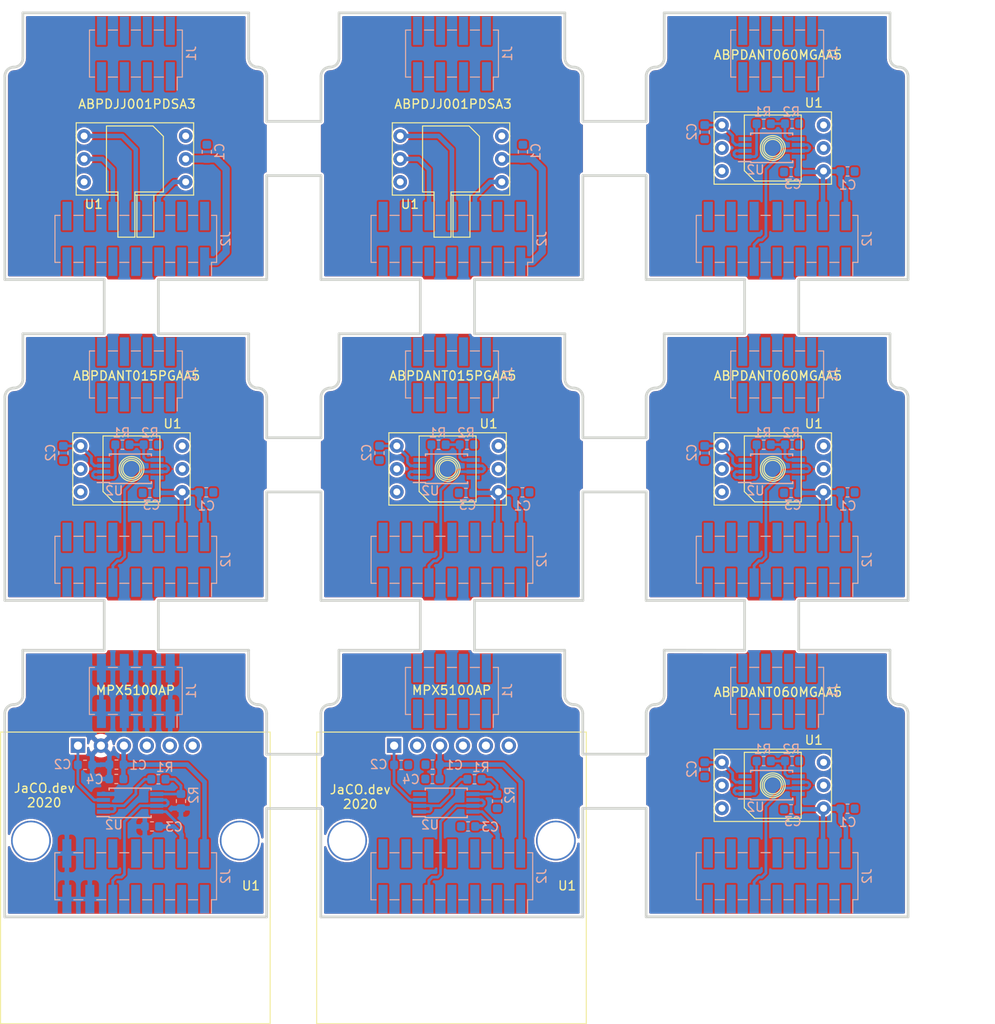
<source format=kicad_pcb>
(kicad_pcb (version 20171130) (host pcbnew 5.1.5-52549c5~86~ubuntu16.04.1)
  (layers (0 F.Cu signal) (1 In1.Cu signal hide) (2 In2.Cu signal hide) (31 B.Cu signal) (34 B.Paste user) (35 F.Paste user) (36 B.SilkS user) (37 F.SilkS user) (38 B.Mask user) (39 F.Mask user) (44 Edge.Cuts user))
  (net 0 "")
  (net 1 GND)
  (net 2 "Net-(C2-Pad1)")
  (net 3 +5V)
  (net 4 +3V3)
  (net 5 /I2C_CLK)
  (net 6 /SPI_CS)
  (net 7 /I2C_SDA)
  (net 8 /SPI_CLK)
  (net 9 /Analog)
  (net 10 /SPI_MISO)
  (net 11 /SPI_MOSI)
  (net 12 "Net-(U1-Pad6)")
  (net 13 "Net-(U1-Pad5)")
  (net 14 "Net-(U1-Pad4)")
  (net 15 "Net-(R1-Pad1)")
  (net 16 "Net-(R1-Pad2)")
  (module Capacitor_SMD:C_0603_1608Metric (layer B.Cu) (at 197.36 55.3725 90)
    (fp_text reference C1 (at 0 1.43 90) (layer B.SilkS) (effects (justify mirror)))
    (fp_text value 0.1u)
    (pad 1 smd roundrect (at -0.7875 0 90) (size 0.875 0.95) (layers B.Cu B.Paste B.Mask))
    (pad 2 smd roundrect (at 0.7875 0 90) (size 0.875 0.95) (layers B.Cu B.Paste B.Mask))
  )
  (module Connector_PinHeader_2.54mm:PinHeader_2x07_P2.54mm_Vertical_SMD (layer B.Cu) (at 189.5 65 90)
    (fp_text reference J2 (at 0 9.95 90) (layer B.SilkS) (effects (justify mirror)))
    (fp_text value Conn_02x07_Odd_Even)
    (pad 1 smd rect (at -2.525 7.62 90) (size 3.15 1) (layers B.Cu B.Paste B.Mask))
    (pad 2 smd rect (at 2.525 7.62 90) (size 3.15 1) (layers B.Cu B.Paste B.Mask))
    (pad 3 smd rect (at -2.525 5.08 90) (size 3.15 1) (layers B.Cu B.Paste B.Mask))
    (pad 4 smd rect (at 2.525 5.08 90) (size 3.15 1) (layers B.Cu B.Paste B.Mask))
    (pad 5 smd rect (at -2.525 2.54 90) (size 3.15 1) (layers B.Cu B.Paste B.Mask))
    (pad 6 smd rect (at 2.525 2.54 90) (size 3.15 1) (layers B.Cu B.Paste B.Mask))
    (pad 7 smd rect (at -2.525 0 90) (size 3.15 1) (layers B.Cu B.Paste B.Mask))
    (pad 8 smd rect (at 2.525 0 90) (size 3.15 1) (layers B.Cu B.Paste B.Mask))
    (pad 9 smd rect (at -2.525 -2.54 90) (size 3.15 1) (layers B.Cu B.Paste B.Mask))
    (pad 10 smd rect (at 2.525 -2.54 90) (size 3.15 1) (layers B.Cu B.Paste B.Mask))
    (pad 11 smd rect (at -2.525 -5.08 90) (size 3.15 1) (layers B.Cu B.Paste B.Mask))
    (pad 12 smd rect (at 2.525 -5.08 90) (size 3.15 1) (layers B.Cu B.Paste B.Mask))
    (pad 13 smd rect (at -2.525 -7.62 90) (size 3.15 1) (layers B.Cu B.Paste B.Mask))
    (pad 14 smd rect (at 2.525 -7.62 90) (size 3.15 1) (layers B.Cu B.Paste B.Mask))
  )
  (module TH_project:DIP_JJ (layer F.Cu) (at 189.4 56.16 270)
    (fp_text reference U1 (at 5 4.55) (layer F.SilkS))
    (fp_text value ABPDJJ001PDSA3)
    (pad 6 thru_hole circle (at -2.54 5.625 270) (size 1.524 1.524) (drill 0.762) (layers *.Cu *.Mask))
    (pad 5 thru_hole circle (at 0 5.625 270) (size 1.524 1.524) (drill 0.762) (layers *.Cu *.Mask))
    (pad 4 thru_hole circle (at 2.54 5.625 270) (size 1.524 1.524) (drill 0.762) (layers *.Cu *.Mask))
    (pad 3 thru_hole circle (at 2.54 -5.625 270) (size 1.524 1.524) (drill 0.762) (layers *.Cu *.Mask))
    (pad 2 thru_hole circle (at 0 -5.625 270) (size 1.524 1.524) (drill 0.762) (layers *.Cu *.Mask))
    (pad 1 thru_hole circle (at -2.54 -5.625 270) (size 1.524 1.524) (drill 0.762) (layers *.Cu *.Mask))
  )
  (module Connector_PinHeader_2.54mm:PinHeader_2x04_P2.54mm_Vertical_SMD (layer B.Cu) (at 189.51 44.5 90)
    (fp_text reference J1 (at 0 6.14 90) (layer B.SilkS) (effects (justify mirror)))
    (fp_text value Conn_02x04_Odd_Even)
    (pad 1 smd rect (at -2.525 3.81 90) (size 3.15 1) (layers B.Cu B.Paste B.Mask))
    (pad 2 smd rect (at 2.525 3.81 90) (size 3.15 1) (layers B.Cu B.Paste B.Mask))
    (pad 3 smd rect (at -2.525 1.27 90) (size 3.15 1) (layers B.Cu B.Paste B.Mask))
    (pad 4 smd rect (at 2.525 1.27 90) (size 3.15 1) (layers B.Cu B.Paste B.Mask))
    (pad 5 smd rect (at -2.525 -1.27 90) (size 3.15 1) (layers B.Cu B.Paste B.Mask))
    (pad 6 smd rect (at 2.525 -1.27 90) (size 3.15 1) (layers B.Cu B.Paste B.Mask))
    (pad 7 smd rect (at -2.525 -3.81 90) (size 3.15 1) (layers B.Cu B.Paste B.Mask))
    (pad 8 smd rect (at 2.525 -3.81 90) (size 3.15 1) (layers B.Cu B.Paste B.Mask))
  )
  (module Connector_PinHeader_2.54mm:PinHeader_2x07_P2.54mm_Vertical_SMD (layer B.Cu) (at 189.5 100.5 90)
    (fp_text reference J2 (at 0 9.95 90) (layer B.SilkS) (effects (justify mirror)))
    (fp_text value Conn_02x07_Odd_Even)
    (pad 1 smd rect (at -2.525 7.62 90) (size 3.15 1) (layers B.Cu B.Paste B.Mask))
    (pad 2 smd rect (at 2.525 7.62 90) (size 3.15 1) (layers B.Cu B.Paste B.Mask))
    (pad 3 smd rect (at -2.525 5.08 90) (size 3.15 1) (layers B.Cu B.Paste B.Mask))
    (pad 4 smd rect (at 2.525 5.08 90) (size 3.15 1) (layers B.Cu B.Paste B.Mask))
    (pad 5 smd rect (at -2.525 2.54 90) (size 3.15 1) (layers B.Cu B.Paste B.Mask))
    (pad 6 smd rect (at 2.525 2.54 90) (size 3.15 1) (layers B.Cu B.Paste B.Mask))
    (pad 7 smd rect (at -2.525 0 90) (size 3.15 1) (layers B.Cu B.Paste B.Mask))
    (pad 8 smd rect (at 2.525 0 90) (size 3.15 1) (layers B.Cu B.Paste B.Mask))
    (pad 9 smd rect (at -2.525 -2.54 90) (size 3.15 1) (layers B.Cu B.Paste B.Mask))
    (pad 10 smd rect (at 2.525 -2.54 90) (size 3.15 1) (layers B.Cu B.Paste B.Mask))
    (pad 11 smd rect (at -2.525 -5.08 90) (size 3.15 1) (layers B.Cu B.Paste B.Mask))
    (pad 12 smd rect (at 2.525 -5.08 90) (size 3.15 1) (layers B.Cu B.Paste B.Mask))
    (pad 13 smd rect (at -2.525 -7.62 90) (size 3.15 1) (layers B.Cu B.Paste B.Mask))
    (pad 14 smd rect (at 2.525 -7.62 90) (size 3.15 1) (layers B.Cu B.Paste B.Mask))
  )
  (module TH_project:DIP_AN (layer F.Cu) (at 189.02 90.45 90)
    (fp_text reference U1 (at 5 4.55) (layer F.SilkS))
    (fp_text value ABPDANT060MGAA5)
    (pad 1 thru_hole circle (at -2.54 -5.625 90) (size 1.524 1.524) (drill 0.762) (layers *.Cu *.Mask))
    (pad 2 thru_hole circle (at 0 -5.625 90) (size 1.524 1.524) (drill 0.762) (layers *.Cu *.Mask))
    (pad 3 thru_hole circle (at 2.54 -5.625 90) (size 1.524 1.524) (drill 0.762) (layers *.Cu *.Mask))
    (pad 4 thru_hole circle (at 2.54 5.625 90) (size 1.524 1.524) (drill 0.762) (layers *.Cu *.Mask))
    (pad 5 thru_hole circle (at 0 5.625 90) (size 1.524 1.524) (drill 0.762) (layers *.Cu *.Mask))
    (pad 6 thru_hole circle (at -2.54 5.625 90) (size 1.524 1.524) (drill 0.762) (layers *.Cu *.Mask))
  )
  (module Capacitor_SMD:C_0603_1608Metric (layer B.Cu) (at 181.48 88.69 270)
    (fp_text reference C2 (at -0.04 1.42 90) (layer B.SilkS) (effects (justify mirror)))
    (fp_text value 1n)
    (pad 2 smd roundrect (at 0.7875 0 270) (size 0.875 0.95) (layers B.Cu B.Paste B.Mask))
    (pad 1 smd roundrect (at -0.7875 0 270) (size 0.875 0.95) (layers B.Cu B.Paste B.Mask))
  )
  (module Resistor_SMD:R_0603_1608Metric (layer B.Cu) (at 191.16 87.76)
    (fp_text reference R2 (at -0.1 -1.31) (layer B.SilkS) (effects (justify mirror)))
    (fp_text value 22k)
    (pad 2 smd roundrect (at 0.7875 0) (size 0.875 0.95) (layers B.Cu B.Paste B.Mask))
    (pad 1 smd roundrect (at -0.7875 0) (size 0.875 0.95) (layers B.Cu B.Paste B.Mask))
  )
  (module Capacitor_SMD:C_0603_1608Metric (layer B.Cu) (at 197.3 93.04)
    (fp_text reference C1 (at 0.01 1.5) (layer B.SilkS) (effects (justify mirror)))
    (fp_text value 0.1u)
    (pad 1 smd roundrect (at -0.7875 0) (size 0.875 0.95) (layers B.Cu B.Paste B.Mask))
    (pad 2 smd roundrect (at 0.7875 0) (size 0.875 0.95) (layers B.Cu B.Paste B.Mask))
  )
  (module Capacitor_SMD:C_0603_1608Metric (layer B.Cu) (at 191.05 93.1 180)
    (fp_text reference C3 (at -0.19 -1.35) (layer B.SilkS) (effects (justify mirror)))
    (fp_text value 0.1u)
    (pad 1 smd roundrect (at -0.7875 0 180) (size 0.875 0.95) (layers B.Cu B.Paste B.Mask))
    (pad 2 smd roundrect (at 0.7875 0 180) (size 0.875 0.95) (layers B.Cu B.Paste B.Mask))
  )
  (module Resistor_SMD:R_0603_1608Metric (layer B.Cu) (at 188.0175 87.77 180)
    (fp_text reference R1 (at 0.1175 1.32) (layer B.SilkS) (effects (justify mirror)))
    (fp_text value 11k3)
    (pad 1 smd roundrect (at -0.7875 0 180) (size 0.875 0.95) (layers B.Cu B.Paste B.Mask))
    (pad 2 smd roundrect (at 0.7875 0 180) (size 0.875 0.95) (layers B.Cu B.Paste B.Mask))
  )
  (module Package_SO:TSSOP-8_4.4x3mm_P0.65mm (layer B.Cu) (at 188.9 90.43)
    (fp_text reference U2 (at -1.79 2.43) (layer B.SilkS) (effects (justify mirror)))
    (fp_text value LM358)
    (pad 1 smd rect (at -2.95 0.975) (size 1.45 0.45) (layers B.Cu B.Paste B.Mask))
    (pad 2 smd rect (at -2.95 0.325) (size 1.45 0.45) (layers B.Cu B.Paste B.Mask))
    (pad 3 smd rect (at -2.95 -0.325) (size 1.45 0.45) (layers B.Cu B.Paste B.Mask))
    (pad 4 smd rect (at -2.95 -0.975) (size 1.45 0.45) (layers B.Cu B.Paste B.Mask))
    (pad 5 smd rect (at 2.95 -0.975) (size 1.45 0.45) (layers B.Cu B.Paste B.Mask))
    (pad 6 smd rect (at 2.95 -0.325) (size 1.45 0.45) (layers B.Cu B.Paste B.Mask))
    (pad 7 smd rect (at 2.95 0.325) (size 1.45 0.45) (layers B.Cu B.Paste B.Mask))
    (pad 8 smd rect (at 2.95 0.975) (size 1.45 0.45) (layers B.Cu B.Paste B.Mask))
  )
  (module Connector_PinHeader_2.54mm:PinHeader_2x04_P2.54mm_Vertical_SMD (layer B.Cu) (at 189.51 80 90)
    (fp_text reference J1 (at 0 6.14 90) (layer B.SilkS) (effects (justify mirror)))
    (fp_text value Conn_02x04_Odd_Even)
    (pad 1 smd rect (at -2.525 3.81 90) (size 3.15 1) (layers B.Cu B.Paste B.Mask))
    (pad 2 smd rect (at 2.525 3.81 90) (size 3.15 1) (layers B.Cu B.Paste B.Mask))
    (pad 3 smd rect (at -2.525 1.27 90) (size 3.15 1) (layers B.Cu B.Paste B.Mask))
    (pad 4 smd rect (at 2.525 1.27 90) (size 3.15 1) (layers B.Cu B.Paste B.Mask))
    (pad 5 smd rect (at -2.525 -1.27 90) (size 3.15 1) (layers B.Cu B.Paste B.Mask))
    (pad 6 smd rect (at 2.525 -1.27 90) (size 3.15 1) (layers B.Cu B.Paste B.Mask))
    (pad 7 smd rect (at -2.525 -3.81 90) (size 3.15 1) (layers B.Cu B.Paste B.Mask))
    (pad 8 smd rect (at 2.525 -3.81 90) (size 3.15 1) (layers B.Cu B.Paste B.Mask))
  )
  (module Connector_PinHeader_2.54mm:PinHeader_2x07_P2.54mm_Vertical_SMD (layer B.Cu) (at 225.5 65 90)
    (fp_text reference J2 (at 0 9.95 90) (layer B.SilkS) (effects (justify mirror)))
    (fp_text value Conn_02x07_Odd_Even)
    (pad 14 smd rect (at 2.525 -7.62 90) (size 3.15 1) (layers B.Cu B.Paste B.Mask))
    (pad 13 smd rect (at -2.525 -7.62 90) (size 3.15 1) (layers B.Cu B.Paste B.Mask))
    (pad 12 smd rect (at 2.525 -5.08 90) (size 3.15 1) (layers B.Cu B.Paste B.Mask))
    (pad 11 smd rect (at -2.525 -5.08 90) (size 3.15 1) (layers B.Cu B.Paste B.Mask))
    (pad 10 smd rect (at 2.525 -2.54 90) (size 3.15 1) (layers B.Cu B.Paste B.Mask))
    (pad 9 smd rect (at -2.525 -2.54 90) (size 3.15 1) (layers B.Cu B.Paste B.Mask))
    (pad 8 smd rect (at 2.525 0 90) (size 3.15 1) (layers B.Cu B.Paste B.Mask))
    (pad 7 smd rect (at -2.525 0 90) (size 3.15 1) (layers B.Cu B.Paste B.Mask))
    (pad 6 smd rect (at 2.525 2.54 90) (size 3.15 1) (layers B.Cu B.Paste B.Mask))
    (pad 5 smd rect (at -2.525 2.54 90) (size 3.15 1) (layers B.Cu B.Paste B.Mask))
    (pad 4 smd rect (at 2.525 5.08 90) (size 3.15 1) (layers B.Cu B.Paste B.Mask))
    (pad 3 smd rect (at -2.525 5.08 90) (size 3.15 1) (layers B.Cu B.Paste B.Mask))
    (pad 2 smd rect (at 2.525 7.62 90) (size 3.15 1) (layers B.Cu B.Paste B.Mask))
    (pad 1 smd rect (at -2.525 7.62 90) (size 3.15 1) (layers B.Cu B.Paste B.Mask))
  )
  (module TH_project:DIP_AN (layer F.Cu) (at 225.02 54.95 90)
    (fp_text reference U1 (at 5 4.55) (layer F.SilkS))
    (fp_text value ABPDANT060MGAA5)
    (pad 6 thru_hole circle (at -2.54 5.625 90) (size 1.524 1.524) (drill 0.762) (layers *.Cu *.Mask))
    (pad 5 thru_hole circle (at 0 5.625 90) (size 1.524 1.524) (drill 0.762) (layers *.Cu *.Mask))
    (pad 4 thru_hole circle (at 2.54 5.625 90) (size 1.524 1.524) (drill 0.762) (layers *.Cu *.Mask))
    (pad 3 thru_hole circle (at 2.54 -5.625 90) (size 1.524 1.524) (drill 0.762) (layers *.Cu *.Mask))
    (pad 2 thru_hole circle (at 0 -5.625 90) (size 1.524 1.524) (drill 0.762) (layers *.Cu *.Mask))
    (pad 1 thru_hole circle (at -2.54 -5.625 90) (size 1.524 1.524) (drill 0.762) (layers *.Cu *.Mask))
  )
  (module Capacitor_SMD:C_0603_1608Metric (layer B.Cu) (at 217.48 53.19 270)
    (fp_text reference C2 (at -0.04 1.42 90) (layer B.SilkS) (effects (justify mirror)))
    (fp_text value 1n)
    (pad 1 smd roundrect (at -0.7875 0 270) (size 0.875 0.95) (layers B.Cu B.Paste B.Mask))
    (pad 2 smd roundrect (at 0.7875 0 270) (size 0.875 0.95) (layers B.Cu B.Paste B.Mask))
  )
  (module Connector_PinHeader_2.54mm:PinHeader_2x04_P2.54mm_Vertical_SMD (layer B.Cu) (at 225.51 44.5 90)
    (fp_text reference J1 (at 0 6.14 90) (layer B.SilkS) (effects (justify mirror)))
    (fp_text value Conn_02x04_Odd_Even)
    (pad 8 smd rect (at 2.525 -3.81 90) (size 3.15 1) (layers B.Cu B.Paste B.Mask))
    (pad 7 smd rect (at -2.525 -3.81 90) (size 3.15 1) (layers B.Cu B.Paste B.Mask))
    (pad 6 smd rect (at 2.525 -1.27 90) (size 3.15 1) (layers B.Cu B.Paste B.Mask))
    (pad 5 smd rect (at -2.525 -1.27 90) (size 3.15 1) (layers B.Cu B.Paste B.Mask))
    (pad 4 smd rect (at 2.525 1.27 90) (size 3.15 1) (layers B.Cu B.Paste B.Mask))
    (pad 3 smd rect (at -2.525 1.27 90) (size 3.15 1) (layers B.Cu B.Paste B.Mask))
    (pad 2 smd rect (at 2.525 3.81 90) (size 3.15 1) (layers B.Cu B.Paste B.Mask))
    (pad 1 smd rect (at -2.525 3.81 90) (size 3.15 1) (layers B.Cu B.Paste B.Mask))
  )
  (module Package_SO:TSSOP-8_4.4x3mm_P0.65mm (layer B.Cu) (at 224.9 54.93)
    (fp_text reference U2 (at -1.79 2.43) (layer B.SilkS) (effects (justify mirror)))
    (fp_text value LM358)
    (pad 8 smd rect (at 2.95 0.975) (size 1.45 0.45) (layers B.Cu B.Paste B.Mask))
    (pad 7 smd rect (at 2.95 0.325) (size 1.45 0.45) (layers B.Cu B.Paste B.Mask))
    (pad 6 smd rect (at 2.95 -0.325) (size 1.45 0.45) (layers B.Cu B.Paste B.Mask))
    (pad 5 smd rect (at 2.95 -0.975) (size 1.45 0.45) (layers B.Cu B.Paste B.Mask))
    (pad 4 smd rect (at -2.95 -0.975) (size 1.45 0.45) (layers B.Cu B.Paste B.Mask))
    (pad 3 smd rect (at -2.95 -0.325) (size 1.45 0.45) (layers B.Cu B.Paste B.Mask))
    (pad 2 smd rect (at -2.95 0.325) (size 1.45 0.45) (layers B.Cu B.Paste B.Mask))
    (pad 1 smd rect (at -2.95 0.975) (size 1.45 0.45) (layers B.Cu B.Paste B.Mask))
  )
  (module Capacitor_SMD:C_0603_1608Metric (layer B.Cu) (at 233.3 57.54)
    (fp_text reference C1 (at 0.01 1.5) (layer B.SilkS) (effects (justify mirror)))
    (fp_text value 0.1u)
    (pad 2 smd roundrect (at 0.7875 0) (size 0.875 0.95) (layers B.Cu B.Paste B.Mask))
    (pad 1 smd roundrect (at -0.7875 0) (size 0.875 0.95) (layers B.Cu B.Paste B.Mask))
  )
  (module Resistor_SMD:R_0603_1608Metric (layer B.Cu) (at 224.0175 52.27 180)
    (fp_text reference R1 (at 0.1175 1.32) (layer B.SilkS) (effects (justify mirror)))
    (fp_text value 11k3)
    (pad 2 smd roundrect (at 0.7875 0 180) (size 0.875 0.95) (layers B.Cu B.Paste B.Mask))
    (pad 1 smd roundrect (at -0.7875 0 180) (size 0.875 0.95) (layers B.Cu B.Paste B.Mask))
  )
  (module Resistor_SMD:R_0603_1608Metric (layer B.Cu) (at 227.16 52.26)
    (fp_text reference R2 (at -0.1 -1.31) (layer B.SilkS) (effects (justify mirror)))
    (fp_text value 22k)
    (pad 1 smd roundrect (at -0.7875 0) (size 0.875 0.95) (layers B.Cu B.Paste B.Mask))
    (pad 2 smd roundrect (at 0.7875 0) (size 0.875 0.95) (layers B.Cu B.Paste B.Mask))
  )
  (module Capacitor_SMD:C_0603_1608Metric (layer B.Cu) (at 227.05 57.6 180)
    (fp_text reference C3 (at -0.19 -1.35) (layer B.SilkS) (effects (justify mirror)))
    (fp_text value 0.1u)
    (pad 2 smd roundrect (at 0.7875 0 180) (size 0.875 0.95) (layers B.Cu B.Paste B.Mask))
    (pad 1 smd roundrect (at -0.7875 0 180) (size 0.875 0.95) (layers B.Cu B.Paste B.Mask))
  )
  (module Capacitor_SMD:C_0603_1608Metric (layer B.Cu) (at 227.05 93.1 180)
    (fp_text reference C3 (at -0.19 -1.35) (layer B.SilkS) (effects (justify mirror)))
    (fp_text value 0.1u)
    (pad 1 smd roundrect (at -0.7875 0 180) (size 0.875 0.95) (layers B.Cu B.Paste B.Mask))
    (pad 2 smd roundrect (at 0.7875 0 180) (size 0.875 0.95) (layers B.Cu B.Paste B.Mask))
  )
  (module Connector_PinHeader_2.54mm:PinHeader_2x07_P2.54mm_Vertical_SMD (layer B.Cu) (at 225.5 100.5 90)
    (fp_text reference J2 (at 0 9.95 90) (layer B.SilkS) (effects (justify mirror)))
    (fp_text value Conn_02x07_Odd_Even)
    (pad 1 smd rect (at -2.525 7.62 90) (size 3.15 1) (layers B.Cu B.Paste B.Mask))
    (pad 2 smd rect (at 2.525 7.62 90) (size 3.15 1) (layers B.Cu B.Paste B.Mask))
    (pad 3 smd rect (at -2.525 5.08 90) (size 3.15 1) (layers B.Cu B.Paste B.Mask))
    (pad 4 smd rect (at 2.525 5.08 90) (size 3.15 1) (layers B.Cu B.Paste B.Mask))
    (pad 5 smd rect (at -2.525 2.54 90) (size 3.15 1) (layers B.Cu B.Paste B.Mask))
    (pad 6 smd rect (at 2.525 2.54 90) (size 3.15 1) (layers B.Cu B.Paste B.Mask))
    (pad 7 smd rect (at -2.525 0 90) (size 3.15 1) (layers B.Cu B.Paste B.Mask))
    (pad 8 smd rect (at 2.525 0 90) (size 3.15 1) (layers B.Cu B.Paste B.Mask))
    (pad 9 smd rect (at -2.525 -2.54 90) (size 3.15 1) (layers B.Cu B.Paste B.Mask))
    (pad 10 smd rect (at 2.525 -2.54 90) (size 3.15 1) (layers B.Cu B.Paste B.Mask))
    (pad 11 smd rect (at -2.525 -5.08 90) (size 3.15 1) (layers B.Cu B.Paste B.Mask))
    (pad 12 smd rect (at 2.525 -5.08 90) (size 3.15 1) (layers B.Cu B.Paste B.Mask))
    (pad 13 smd rect (at -2.525 -7.62 90) (size 3.15 1) (layers B.Cu B.Paste B.Mask))
    (pad 14 smd rect (at 2.525 -7.62 90) (size 3.15 1) (layers B.Cu B.Paste B.Mask))
  )
  (module TH_project:DIP_AN (layer F.Cu) (at 225.02 90.45 90)
    (fp_text reference U1 (at 5 4.55) (layer F.SilkS))
    (fp_text value ABPDANT060MGAA5)
    (pad 1 thru_hole circle (at -2.54 -5.625 90) (size 1.524 1.524) (drill 0.762) (layers *.Cu *.Mask))
    (pad 2 thru_hole circle (at 0 -5.625 90) (size 1.524 1.524) (drill 0.762) (layers *.Cu *.Mask))
    (pad 3 thru_hole circle (at 2.54 -5.625 90) (size 1.524 1.524) (drill 0.762) (layers *.Cu *.Mask))
    (pad 4 thru_hole circle (at 2.54 5.625 90) (size 1.524 1.524) (drill 0.762) (layers *.Cu *.Mask))
    (pad 5 thru_hole circle (at 0 5.625 90) (size 1.524 1.524) (drill 0.762) (layers *.Cu *.Mask))
    (pad 6 thru_hole circle (at -2.54 5.625 90) (size 1.524 1.524) (drill 0.762) (layers *.Cu *.Mask))
  )
  (module Capacitor_SMD:C_0603_1608Metric (layer B.Cu) (at 217.48 88.69 270)
    (fp_text reference C2 (at -0.04 1.42 90) (layer B.SilkS) (effects (justify mirror)))
    (fp_text value 1n)
    (pad 2 smd roundrect (at 0.7875 0 270) (size 0.875 0.95) (layers B.Cu B.Paste B.Mask))
    (pad 1 smd roundrect (at -0.7875 0 270) (size 0.875 0.95) (layers B.Cu B.Paste B.Mask))
  )
  (module Connector_PinHeader_2.54mm:PinHeader_2x04_P2.54mm_Vertical_SMD (layer B.Cu) (at 225.51 80 90)
    (fp_text reference J1 (at 0 6.14 90) (layer B.SilkS) (effects (justify mirror)))
    (fp_text value Conn_02x04_Odd_Even)
    (pad 1 smd rect (at -2.525 3.81 90) (size 3.15 1) (layers B.Cu B.Paste B.Mask))
    (pad 2 smd rect (at 2.525 3.81 90) (size 3.15 1) (layers B.Cu B.Paste B.Mask))
    (pad 3 smd rect (at -2.525 1.27 90) (size 3.15 1) (layers B.Cu B.Paste B.Mask))
    (pad 4 smd rect (at 2.525 1.27 90) (size 3.15 1) (layers B.Cu B.Paste B.Mask))
    (pad 5 smd rect (at -2.525 -1.27 90) (size 3.15 1) (layers B.Cu B.Paste B.Mask))
    (pad 6 smd rect (at 2.525 -1.27 90) (size 3.15 1) (layers B.Cu B.Paste B.Mask))
    (pad 7 smd rect (at -2.525 -3.81 90) (size 3.15 1) (layers B.Cu B.Paste B.Mask))
    (pad 8 smd rect (at 2.525 -3.81 90) (size 3.15 1) (layers B.Cu B.Paste B.Mask))
  )
  (module Package_SO:TSSOP-8_4.4x3mm_P0.65mm (layer B.Cu) (at 224.9 90.43)
    (fp_text reference U2 (at -1.79 2.43) (layer B.SilkS) (effects (justify mirror)))
    (fp_text value LM358)
    (pad 1 smd rect (at -2.95 0.975) (size 1.45 0.45) (layers B.Cu B.Paste B.Mask))
    (pad 2 smd rect (at -2.95 0.325) (size 1.45 0.45) (layers B.Cu B.Paste B.Mask))
    (pad 3 smd rect (at -2.95 -0.325) (size 1.45 0.45) (layers B.Cu B.Paste B.Mask))
    (pad 4 smd rect (at -2.95 -0.975) (size 1.45 0.45) (layers B.Cu B.Paste B.Mask))
    (pad 5 smd rect (at 2.95 -0.975) (size 1.45 0.45) (layers B.Cu B.Paste B.Mask))
    (pad 6 smd rect (at 2.95 -0.325) (size 1.45 0.45) (layers B.Cu B.Paste B.Mask))
    (pad 7 smd rect (at 2.95 0.325) (size 1.45 0.45) (layers B.Cu B.Paste B.Mask))
    (pad 8 smd rect (at 2.95 0.975) (size 1.45 0.45) (layers B.Cu B.Paste B.Mask))
  )
  (module Capacitor_SMD:C_0603_1608Metric (layer B.Cu) (at 233.3 93.04)
    (fp_text reference C1 (at 0.01 1.5) (layer B.SilkS) (effects (justify mirror)))
    (fp_text value 0.1u)
    (pad 1 smd roundrect (at -0.7875 0) (size 0.875 0.95) (layers B.Cu B.Paste B.Mask))
    (pad 2 smd roundrect (at 0.7875 0) (size 0.875 0.95) (layers B.Cu B.Paste B.Mask))
  )
  (module Resistor_SMD:R_0603_1608Metric (layer B.Cu) (at 224.0175 87.77 180)
    (fp_text reference R1 (at 0.1175 1.32) (layer B.SilkS) (effects (justify mirror)))
    (fp_text value 11k3)
    (pad 1 smd roundrect (at -0.7875 0 180) (size 0.875 0.95) (layers B.Cu B.Paste B.Mask))
    (pad 2 smd roundrect (at 0.7875 0 180) (size 0.875 0.95) (layers B.Cu B.Paste B.Mask))
  )
  (module Resistor_SMD:R_0603_1608Metric (layer B.Cu) (at 227.16 87.76)
    (fp_text reference R2 (at -0.1 -1.31) (layer B.SilkS) (effects (justify mirror)))
    (fp_text value 22k)
    (pad 2 smd roundrect (at 0.7875 0) (size 0.875 0.95) (layers B.Cu B.Paste B.Mask))
    (pad 1 smd roundrect (at -0.7875 0) (size 0.875 0.95) (layers B.Cu B.Paste B.Mask))
  )
  (module Capacitor_SMD:C_0603_1608Metric (layer B.Cu) (at 183.8775 123.19)
    (fp_text reference C2 (at -2.4875 -0.05) (layer B.SilkS) (effects (justify mirror)))
    (fp_text value 470p)
    (pad 1 smd roundrect (at -0.7875 0) (size 0.875 0.95) (layers B.Cu B.Paste B.Mask))
    (pad 2 smd roundrect (at 0.7875 0) (size 0.875 0.95) (layers B.Cu B.Paste B.Mask))
  )
  (module Connector_PinHeader_2.54mm:PinHeader_2x04_P2.54mm_Vertical_SMD (layer B.Cu) (at 189.5 115.01 90)
    (fp_text reference J1 (at 0 6.14 90) (layer B.SilkS) (effects (justify mirror)))
    (fp_text value Conn_02x04_Odd_Even)
    (pad 8 smd rect (at 2.525 -3.81 90) (size 3.15 1) (layers B.Cu B.Paste B.Mask))
    (pad 7 smd rect (at -2.525 -3.81 90) (size 3.15 1) (layers B.Cu B.Paste B.Mask))
    (pad 6 smd rect (at 2.525 -1.27 90) (size 3.15 1) (layers B.Cu B.Paste B.Mask))
    (pad 5 smd rect (at -2.525 -1.27 90) (size 3.15 1) (layers B.Cu B.Paste B.Mask))
    (pad 4 smd rect (at 2.525 1.27 90) (size 3.15 1) (layers B.Cu B.Paste B.Mask))
    (pad 3 smd rect (at -2.525 1.27 90) (size 3.15 1) (layers B.Cu B.Paste B.Mask))
    (pad 2 smd rect (at 2.525 3.81 90) (size 3.15 1) (layers B.Cu B.Paste B.Mask))
    (pad 1 smd rect (at -2.525 3.81 90) (size 3.15 1) (layers B.Cu B.Paste B.Mask))
  )
  (module Resistor_SMD:R_0603_1608Metric (layer B.Cu) (at 194.5 127.2 270)
    (fp_text reference R2 (at -0.68 -1.41 90) (layer B.SilkS) (effects (justify mirror)))
    (fp_text value 22k)
    (pad 1 smd roundrect (at -0.7875 0 270) (size 0.875 0.95) (layers B.Cu B.Paste B.Mask))
    (pad 2 smd roundrect (at 0.7875 0 270) (size 0.875 0.95) (layers B.Cu B.Paste B.Mask))
  )
  (module Package_SO:TSSOP-8_4.4x3mm_P0.65mm (layer B.Cu) (at 188.87 127.39)
    (fp_text reference U2 (at -1.79 2.43) (layer B.SilkS) (effects (justify mirror)))
    (fp_text value LM358)
    (pad 8 smd rect (at 2.95 0.975) (size 1.45 0.45) (layers B.Cu B.Paste B.Mask))
    (pad 7 smd rect (at 2.95 0.325) (size 1.45 0.45) (layers B.Cu B.Paste B.Mask))
    (pad 6 smd rect (at 2.95 -0.325) (size 1.45 0.45) (layers B.Cu B.Paste B.Mask))
    (pad 5 smd rect (at 2.95 -0.975) (size 1.45 0.45) (layers B.Cu B.Paste B.Mask))
    (pad 4 smd rect (at -2.95 -0.975) (size 1.45 0.45) (layers B.Cu B.Paste B.Mask))
    (pad 3 smd rect (at -2.95 -0.325) (size 1.45 0.45) (layers B.Cu B.Paste B.Mask))
    (pad 2 smd rect (at -2.95 0.325) (size 1.45 0.45) (layers B.Cu B.Paste B.Mask))
    (pad 1 smd rect (at -2.95 0.975) (size 1.45 0.45) (layers B.Cu B.Paste B.Mask))
  )
  (module Resistor_SMD:R_0603_1608Metric (layer B.Cu) (at 192 124.78 180)
    (fp_text reference R1 (at -0.71 1.32) (layer B.SilkS) (effects (justify mirror)))
    (fp_text value 11k3)
    (pad 2 smd roundrect (at 0.7875 0 180) (size 0.875 0.95) (layers B.Cu B.Paste B.Mask))
    (pad 1 smd roundrect (at -0.7875 0 180) (size 0.875 0.95) (layers B.Cu B.Paste B.Mask))
  )
  (module Capacitor_SMD:C_0603_1608Metric (layer B.Cu) (at 187.36 123.16 180)
    (fp_text reference C1 (at -2.4 -0.05) (layer B.SilkS) (effects (justify mirror)))
    (fp_text value 1u)
    (pad 2 smd roundrect (at 0.7875 0 180) (size 0.875 0.95) (layers B.Cu B.Paste B.Mask))
    (pad 1 smd roundrect (at -0.7875 0 180) (size 0.875 0.95) (layers B.Cu B.Paste B.Mask))
  )
  (module TH_project:MPX5100 (layer F.Cu) (at 189.45 131.56 180)
    (fp_text reference U1 (at -12.8 -5) (layer F.SilkS))
    (fp_text value MPX5100AP)
    (pad 6 thru_hole circle (at -6.35 10.5 180) (size 1.6 1.6) (drill 0.9) (layers *.Cu *.Mask))
    (pad 5 thru_hole circle (at -3.81 10.5 180) (size 1.6 1.6) (drill 0.9) (layers *.Cu *.Mask))
    (pad 4 thru_hole circle (at -1.27 10.5 180) (size 1.6 1.6) (drill 0.9) (layers *.Cu *.Mask))
    (pad 3 thru_hole circle (at 1.27 10.5 180) (size 1.6 1.6) (drill 0.9) (layers *.Cu *.Mask))
    (pad 2 thru_hole circle (at 3.81 10.5 180) (size 1.6 1.6) (drill 0.9) (layers *.Cu *.Mask))
    (pad 1 thru_hole rect (at 6.35 10.5 180) (size 1.6 1.6) (drill 0.9) (layers *.Cu *.Mask))
    (pad "" thru_hole circle (at 11.555556 0 180) (size 4.4 4.4) (drill 4.04) (layers *.Cu *.Mask))
    (pad "" thru_hole circle (at -11.55555 0 180) (size 4.4 4.4) (drill 4.04) (layers *.Cu *.Mask))
  )
  (module Connector_PinHeader_2.54mm:PinHeader_2x07_P2.54mm_Vertical_SMD (layer B.Cu) (at 189.49 135.51 90)
    (fp_text reference J2 (at 0 9.95 90) (layer B.SilkS) (effects (justify mirror)))
    (fp_text value Conn_02x07_Odd_Even)
    (pad 14 smd rect (at 2.525 -7.62 90) (size 3.15 1) (layers B.Cu B.Paste B.Mask))
    (pad 13 smd rect (at -2.525 -7.62 90) (size 3.15 1) (layers B.Cu B.Paste B.Mask))
    (pad 12 smd rect (at 2.525 -5.08 90) (size 3.15 1) (layers B.Cu B.Paste B.Mask))
    (pad 11 smd rect (at -2.525 -5.08 90) (size 3.15 1) (layers B.Cu B.Paste B.Mask))
    (pad 10 smd rect (at 2.525 -2.54 90) (size 3.15 1) (layers B.Cu B.Paste B.Mask))
    (pad 9 smd rect (at -2.525 -2.54 90) (size 3.15 1) (layers B.Cu B.Paste B.Mask))
    (pad 8 smd rect (at 2.525 0 90) (size 3.15 1) (layers B.Cu B.Paste B.Mask))
    (pad 7 smd rect (at -2.525 0 90) (size 3.15 1) (layers B.Cu B.Paste B.Mask))
    (pad 6 smd rect (at 2.525 2.54 90) (size 3.15 1) (layers B.Cu B.Paste B.Mask))
    (pad 5 smd rect (at -2.525 2.54 90) (size 3.15 1) (layers B.Cu B.Paste B.Mask))
    (pad 4 smd rect (at 2.525 5.08 90) (size 3.15 1) (layers B.Cu B.Paste B.Mask))
    (pad 3 smd rect (at -2.525 5.08 90) (size 3.15 1) (layers B.Cu B.Paste B.Mask))
    (pad 2 smd rect (at 2.525 7.62 90) (size 3.15 1) (layers B.Cu B.Paste B.Mask))
    (pad 1 smd rect (at -2.525 7.62 90) (size 3.15 1) (layers B.Cu B.Paste B.Mask))
  )
  (module Capacitor_SMD:C_0603_1608Metric (layer B.Cu) (at 191.29 130 180)
    (fp_text reference C3 (at -2.44 -0.05) (layer B.SilkS) (effects (justify mirror)))
    (fp_text value 0.1u)
    (pad 2 smd roundrect (at 0.7875 0 180) (size 0.875 0.95) (layers B.Cu B.Paste B.Mask))
    (pad 1 smd roundrect (at -0.7875 0 180) (size 0.875 0.95) (layers B.Cu B.Paste B.Mask))
  )
  (module Capacitor_SMD:C_0603_1608Metric (layer B.Cu) (at 187.34 124.75 180)
    (fp_text reference C4 (at 2.38 -0.05) (layer B.SilkS) (effects (justify mirror)))
    (fp_text value 0.1u)
    (pad 2 smd roundrect (at 0.7875 0 180) (size 0.875 0.95) (layers B.Cu B.Paste B.Mask))
    (pad 1 smd roundrect (at -0.7875 0 180) (size 0.875 0.95) (layers B.Cu B.Paste B.Mask))
  )
  (module Capacitor_SMD:C_0603_1608Metric (layer B.Cu) (at 162.36 55.3725 90)
    (fp_text reference C1 (at 0 1.43 90) (layer B.SilkS) (effects (justify mirror)))
    (fp_text value 0.1u)
    (pad 2 smd roundrect (at 0.7875 0 90) (size 0.875 0.95) (layers B.Cu B.Paste B.Mask))
    (pad 1 smd roundrect (at -0.7875 0 90) (size 0.875 0.95) (layers B.Cu B.Paste B.Mask))
  )
  (module Connector_PinHeader_2.54mm:PinHeader_2x07_P2.54mm_Vertical_SMD (layer B.Cu) (at 154.5 65 90)
    (fp_text reference J2 (at 0 9.95 90) (layer B.SilkS) (effects (justify mirror)))
    (fp_text value Conn_02x07_Odd_Even)
    (pad 14 smd rect (at 2.525 -7.62 90) (size 3.15 1) (layers B.Cu B.Paste B.Mask))
    (pad 13 smd rect (at -2.525 -7.62 90) (size 3.15 1) (layers B.Cu B.Paste B.Mask))
    (pad 12 smd rect (at 2.525 -5.08 90) (size 3.15 1) (layers B.Cu B.Paste B.Mask))
    (pad 11 smd rect (at -2.525 -5.08 90) (size 3.15 1) (layers B.Cu B.Paste B.Mask))
    (pad 10 smd rect (at 2.525 -2.54 90) (size 3.15 1) (layers B.Cu B.Paste B.Mask))
    (pad 9 smd rect (at -2.525 -2.54 90) (size 3.15 1) (layers B.Cu B.Paste B.Mask))
    (pad 8 smd rect (at 2.525 0 90) (size 3.15 1) (layers B.Cu B.Paste B.Mask))
    (pad 7 smd rect (at -2.525 0 90) (size 3.15 1) (layers B.Cu B.Paste B.Mask))
    (pad 6 smd rect (at 2.525 2.54 90) (size 3.15 1) (layers B.Cu B.Paste B.Mask))
    (pad 5 smd rect (at -2.525 2.54 90) (size 3.15 1) (layers B.Cu B.Paste B.Mask))
    (pad 4 smd rect (at 2.525 5.08 90) (size 3.15 1) (layers B.Cu B.Paste B.Mask))
    (pad 3 smd rect (at -2.525 5.08 90) (size 3.15 1) (layers B.Cu B.Paste B.Mask))
    (pad 2 smd rect (at 2.525 7.62 90) (size 3.15 1) (layers B.Cu B.Paste B.Mask))
    (pad 1 smd rect (at -2.525 7.62 90) (size 3.15 1) (layers B.Cu B.Paste B.Mask))
  )
  (module TH_project:DIP_JJ (layer F.Cu) (at 154.4 56.16 270)
    (fp_text reference U1 (at 5 4.55) (layer F.SilkS))
    (fp_text value ABPDJJ001PDSA3)
    (pad 1 thru_hole circle (at -2.54 -5.625 270) (size 1.524 1.524) (drill 0.762) (layers *.Cu *.Mask))
    (pad 2 thru_hole circle (at 0 -5.625 270) (size 1.524 1.524) (drill 0.762) (layers *.Cu *.Mask))
    (pad 3 thru_hole circle (at 2.54 -5.625 270) (size 1.524 1.524) (drill 0.762) (layers *.Cu *.Mask))
    (pad 4 thru_hole circle (at 2.54 5.625 270) (size 1.524 1.524) (drill 0.762) (layers *.Cu *.Mask))
    (pad 5 thru_hole circle (at 0 5.625 270) (size 1.524 1.524) (drill 0.762) (layers *.Cu *.Mask))
    (pad 6 thru_hole circle (at -2.54 5.625 270) (size 1.524 1.524) (drill 0.762) (layers *.Cu *.Mask))
  )
  (module Connector_PinHeader_2.54mm:PinHeader_2x04_P2.54mm_Vertical_SMD (layer B.Cu) (at 154.51 44.5 90)
    (fp_text reference J1 (at 0 6.14 90) (layer B.SilkS) (effects (justify mirror)))
    (fp_text value Conn_02x04_Odd_Even)
    (pad 8 smd rect (at 2.525 -3.81 90) (size 3.15 1) (layers B.Cu B.Paste B.Mask))
    (pad 7 smd rect (at -2.525 -3.81 90) (size 3.15 1) (layers B.Cu B.Paste B.Mask))
    (pad 6 smd rect (at 2.525 -1.27 90) (size 3.15 1) (layers B.Cu B.Paste B.Mask))
    (pad 5 smd rect (at -2.525 -1.27 90) (size 3.15 1) (layers B.Cu B.Paste B.Mask))
    (pad 4 smd rect (at 2.525 1.27 90) (size 3.15 1) (layers B.Cu B.Paste B.Mask))
    (pad 3 smd rect (at -2.525 1.27 90) (size 3.15 1) (layers B.Cu B.Paste B.Mask))
    (pad 2 smd rect (at 2.525 3.81 90) (size 3.15 1) (layers B.Cu B.Paste B.Mask))
    (pad 1 smd rect (at -2.525 3.81 90) (size 3.15 1) (layers B.Cu B.Paste B.Mask))
  )
  (module Connector_PinHeader_2.54mm:PinHeader_2x04_P2.54mm_Vertical_SMD (layer B.Cu) (at 154.51 80 90)
    (fp_text reference J1 (at 0 6.14 90) (layer B.SilkS) (effects (justify mirror)))
    (fp_text value Conn_02x04_Odd_Even)
    (pad 8 smd rect (at 2.525 -3.81 90) (size 3.15 1) (layers B.Cu B.Paste B.Mask))
    (pad 7 smd rect (at -2.525 -3.81 90) (size 3.15 1) (layers B.Cu B.Paste B.Mask))
    (pad 6 smd rect (at 2.525 -1.27 90) (size 3.15 1) (layers B.Cu B.Paste B.Mask))
    (pad 5 smd rect (at -2.525 -1.27 90) (size 3.15 1) (layers B.Cu B.Paste B.Mask))
    (pad 4 smd rect (at 2.525 1.27 90) (size 3.15 1) (layers B.Cu B.Paste B.Mask))
    (pad 3 smd rect (at -2.525 1.27 90) (size 3.15 1) (layers B.Cu B.Paste B.Mask))
    (pad 2 smd rect (at 2.525 3.81 90) (size 3.15 1) (layers B.Cu B.Paste B.Mask))
    (pad 1 smd rect (at -2.525 3.81 90) (size 3.15 1) (layers B.Cu B.Paste B.Mask))
  )
  (module Capacitor_SMD:C_0603_1608Metric (layer B.Cu) (at 156.05 93.1 180)
    (fp_text reference C3 (at -0.19 -1.35) (layer B.SilkS) (effects (justify mirror)))
    (fp_text value 0.1u)
    (pad 2 smd roundrect (at 0.7875 0 180) (size 0.875 0.95) (layers B.Cu B.Paste B.Mask))
    (pad 1 smd roundrect (at -0.7875 0 180) (size 0.875 0.95) (layers B.Cu B.Paste B.Mask))
  )
  (module Package_SO:TSSOP-8_4.4x3mm_P0.65mm (layer B.Cu) (at 153.9 90.43)
    (fp_text reference U2 (at -1.79 2.43) (layer B.SilkS) (effects (justify mirror)))
    (fp_text value LM358)
    (pad 8 smd rect (at 2.95 0.975) (size 1.45 0.45) (layers B.Cu B.Paste B.Mask))
    (pad 7 smd rect (at 2.95 0.325) (size 1.45 0.45) (layers B.Cu B.Paste B.Mask))
    (pad 6 smd rect (at 2.95 -0.325) (size 1.45 0.45) (layers B.Cu B.Paste B.Mask))
    (pad 5 smd rect (at 2.95 -0.975) (size 1.45 0.45) (layers B.Cu B.Paste B.Mask))
    (pad 4 smd rect (at -2.95 -0.975) (size 1.45 0.45) (layers B.Cu B.Paste B.Mask))
    (pad 3 smd rect (at -2.95 -0.325) (size 1.45 0.45) (layers B.Cu B.Paste B.Mask))
    (pad 2 smd rect (at -2.95 0.325) (size 1.45 0.45) (layers B.Cu B.Paste B.Mask))
    (pad 1 smd rect (at -2.95 0.975) (size 1.45 0.45) (layers B.Cu B.Paste B.Mask))
  )
  (module TH_project:DIP_AN (layer F.Cu) (at 154.02 90.45 90)
    (fp_text reference U1 (at 5 4.55) (layer F.SilkS))
    (fp_text value ABPDANT060MGAA5)
    (pad 6 thru_hole circle (at -2.54 5.625 90) (size 1.524 1.524) (drill 0.762) (layers *.Cu *.Mask))
    (pad 5 thru_hole circle (at 0 5.625 90) (size 1.524 1.524) (drill 0.762) (layers *.Cu *.Mask))
    (pad 4 thru_hole circle (at 2.54 5.625 90) (size 1.524 1.524) (drill 0.762) (layers *.Cu *.Mask))
    (pad 3 thru_hole circle (at 2.54 -5.625 90) (size 1.524 1.524) (drill 0.762) (layers *.Cu *.Mask))
    (pad 2 thru_hole circle (at 0 -5.625 90) (size 1.524 1.524) (drill 0.762) (layers *.Cu *.Mask))
    (pad 1 thru_hole circle (at -2.54 -5.625 90) (size 1.524 1.524) (drill 0.762) (layers *.Cu *.Mask))
  )
  (module Capacitor_SMD:C_0603_1608Metric (layer B.Cu) (at 146.48 88.69 270)
    (fp_text reference C2 (at -0.04 1.42 90) (layer B.SilkS) (effects (justify mirror)))
    (fp_text value 1n)
    (pad 1 smd roundrect (at -0.7875 0 270) (size 0.875 0.95) (layers B.Cu B.Paste B.Mask))
    (pad 2 smd roundrect (at 0.7875 0 270) (size 0.875 0.95) (layers B.Cu B.Paste B.Mask))
  )
  (module Resistor_SMD:R_0603_1608Metric (layer B.Cu) (at 153.0175 87.77 180)
    (fp_text reference R1 (at 0.1175 1.32) (layer B.SilkS) (effects (justify mirror)))
    (fp_text value 11k3)
    (pad 2 smd roundrect (at 0.7875 0 180) (size 0.875 0.95) (layers B.Cu B.Paste B.Mask))
    (pad 1 smd roundrect (at -0.7875 0 180) (size 0.875 0.95) (layers B.Cu B.Paste B.Mask))
  )
  (module Resistor_SMD:R_0603_1608Metric (layer B.Cu) (at 156.16 87.76)
    (fp_text reference R2 (at -0.1 -1.31) (layer B.SilkS) (effects (justify mirror)))
    (fp_text value 22k)
    (pad 1 smd roundrect (at -0.7875 0) (size 0.875 0.95) (layers B.Cu B.Paste B.Mask))
    (pad 2 smd roundrect (at 0.7875 0) (size 0.875 0.95) (layers B.Cu B.Paste B.Mask))
  )
  (module Capacitor_SMD:C_0603_1608Metric (layer B.Cu) (at 162.3 93.04)
    (fp_text reference C1 (at 0.01 1.5) (layer B.SilkS) (effects (justify mirror)))
    (fp_text value 0.1u)
    (pad 2 smd roundrect (at 0.7875 0) (size 0.875 0.95) (layers B.Cu B.Paste B.Mask))
    (pad 1 smd roundrect (at -0.7875 0) (size 0.875 0.95) (layers B.Cu B.Paste B.Mask))
  )
  (module Connector_PinHeader_2.54mm:PinHeader_2x07_P2.54mm_Vertical_SMD (layer B.Cu) (at 154.5 100.5 90)
    (fp_text reference J2 (at 0 9.95 90) (layer B.SilkS) (effects (justify mirror)))
    (fp_text value Conn_02x07_Odd_Even)
    (pad 14 smd rect (at 2.525 -7.62 90) (size 3.15 1) (layers B.Cu B.Paste B.Mask))
    (pad 13 smd rect (at -2.525 -7.62 90) (size 3.15 1) (layers B.Cu B.Paste B.Mask))
    (pad 12 smd rect (at 2.525 -5.08 90) (size 3.15 1) (layers B.Cu B.Paste B.Mask))
    (pad 11 smd rect (at -2.525 -5.08 90) (size 3.15 1) (layers B.Cu B.Paste B.Mask))
    (pad 10 smd rect (at 2.525 -2.54 90) (size 3.15 1) (layers B.Cu B.Paste B.Mask))
    (pad 9 smd rect (at -2.525 -2.54 90) (size 3.15 1) (layers B.Cu B.Paste B.Mask))
    (pad 8 smd rect (at 2.525 0 90) (size 3.15 1) (layers B.Cu B.Paste B.Mask))
    (pad 7 smd rect (at -2.525 0 90) (size 3.15 1) (layers B.Cu B.Paste B.Mask))
    (pad 6 smd rect (at 2.525 2.54 90) (size 3.15 1) (layers B.Cu B.Paste B.Mask))
    (pad 5 smd rect (at -2.525 2.54 90) (size 3.15 1) (layers B.Cu B.Paste B.Mask))
    (pad 4 smd rect (at 2.525 5.08 90) (size 3.15 1) (layers B.Cu B.Paste B.Mask))
    (pad 3 smd rect (at -2.525 5.08 90) (size 3.15 1) (layers B.Cu B.Paste B.Mask))
    (pad 2 smd rect (at 2.525 7.62 90) (size 3.15 1) (layers B.Cu B.Paste B.Mask))
    (pad 1 smd rect (at -2.525 7.62 90) (size 3.15 1) (layers B.Cu B.Paste B.Mask))
  )
  (module Resistor_SMD:R_0603_1608Metric (layer B.Cu) (at 227.16 122.76)
    (fp_text reference R2 (at -0.1 -1.31) (layer B.SilkS) (effects (justify mirror)))
    (fp_text value 22k)
    (pad 1 smd roundrect (at -0.7875 0) (size 0.875 0.95) (layers B.Cu B.Paste B.Mask))
    (pad 2 smd roundrect (at 0.7875 0) (size 0.875 0.95) (layers B.Cu B.Paste B.Mask))
  )
  (module Capacitor_SMD:C_0603_1608Metric (layer B.Cu) (at 233.3 128.04)
    (fp_text reference C1 (at 0.01 1.5) (layer B.SilkS) (effects (justify mirror)))
    (fp_text value 0.1u)
    (pad 2 smd roundrect (at 0.7875 0) (size 0.875 0.95) (layers B.Cu B.Paste B.Mask))
    (pad 1 smd roundrect (at -0.7875 0) (size 0.875 0.95) (layers B.Cu B.Paste B.Mask))
  )
  (module Connector_PinHeader_2.54mm:PinHeader_2x04_P2.54mm_Vertical_SMD (layer B.Cu) (at 225.51 115 90)
    (fp_text reference J1 (at 0 6.14 90) (layer B.SilkS) (effects (justify mirror)))
    (fp_text value Conn_02x04_Odd_Even)
    (pad 8 smd rect (at 2.525 -3.81 90) (size 3.15 1) (layers B.Cu B.Paste B.Mask))
    (pad 7 smd rect (at -2.525 -3.81 90) (size 3.15 1) (layers B.Cu B.Paste B.Mask))
    (pad 6 smd rect (at 2.525 -1.27 90) (size 3.15 1) (layers B.Cu B.Paste B.Mask))
    (pad 5 smd rect (at -2.525 -1.27 90) (size 3.15 1) (layers B.Cu B.Paste B.Mask))
    (pad 4 smd rect (at 2.525 1.27 90) (size 3.15 1) (layers B.Cu B.Paste B.Mask))
    (pad 3 smd rect (at -2.525 1.27 90) (size 3.15 1) (layers B.Cu B.Paste B.Mask))
    (pad 2 smd rect (at 2.525 3.81 90) (size 3.15 1) (layers B.Cu B.Paste B.Mask))
    (pad 1 smd rect (at -2.525 3.81 90) (size 3.15 1) (layers B.Cu B.Paste B.Mask))
  )
  (module TH_project:DIP_AN (layer F.Cu) (at 225.02 125.45 90)
    (fp_text reference U1 (at 5 4.55) (layer F.SilkS))
    (fp_text value ABPDANT060MGAA5)
    (pad 6 thru_hole circle (at -2.54 5.625 90) (size 1.524 1.524) (drill 0.762) (layers *.Cu *.Mask))
    (pad 5 thru_hole circle (at 0 5.625 90) (size 1.524 1.524) (drill 0.762) (layers *.Cu *.Mask))
    (pad 4 thru_hole circle (at 2.54 5.625 90) (size 1.524 1.524) (drill 0.762) (layers *.Cu *.Mask))
    (pad 3 thru_hole circle (at 2.54 -5.625 90) (size 1.524 1.524) (drill 0.762) (layers *.Cu *.Mask))
    (pad 2 thru_hole circle (at 0 -5.625 90) (size 1.524 1.524) (drill 0.762) (layers *.Cu *.Mask))
    (pad 1 thru_hole circle (at -2.54 -5.625 90) (size 1.524 1.524) (drill 0.762) (layers *.Cu *.Mask))
  )
  (module Capacitor_SMD:C_0603_1608Metric (layer B.Cu) (at 227.05 128.1 180)
    (fp_text reference C3 (at -0.19 -1.35) (layer B.SilkS) (effects (justify mirror)))
    (fp_text value 0.1u)
    (pad 2 smd roundrect (at 0.7875 0 180) (size 0.875 0.95) (layers B.Cu B.Paste B.Mask))
    (pad 1 smd roundrect (at -0.7875 0 180) (size 0.875 0.95) (layers B.Cu B.Paste B.Mask))
  )
  (module Capacitor_SMD:C_0603_1608Metric (layer B.Cu) (at 217.48 123.69 270)
    (fp_text reference C2 (at -0.04 1.42 90) (layer B.SilkS) (effects (justify mirror)))
    (fp_text value 1n)
    (pad 1 smd roundrect (at -0.7875 0 270) (size 0.875 0.95) (layers B.Cu B.Paste B.Mask))
    (pad 2 smd roundrect (at 0.7875 0 270) (size 0.875 0.95) (layers B.Cu B.Paste B.Mask))
  )
  (module Package_SO:TSSOP-8_4.4x3mm_P0.65mm (layer B.Cu) (at 224.9 125.43)
    (fp_text reference U2 (at -1.79 2.43) (layer B.SilkS) (effects (justify mirror)))
    (fp_text value LM358)
    (pad 8 smd rect (at 2.95 0.975) (size 1.45 0.45) (layers B.Cu B.Paste B.Mask))
    (pad 7 smd rect (at 2.95 0.325) (size 1.45 0.45) (layers B.Cu B.Paste B.Mask))
    (pad 6 smd rect (at 2.95 -0.325) (size 1.45 0.45) (layers B.Cu B.Paste B.Mask))
    (pad 5 smd rect (at 2.95 -0.975) (size 1.45 0.45) (layers B.Cu B.Paste B.Mask))
    (pad 4 smd rect (at -2.95 -0.975) (size 1.45 0.45) (layers B.Cu B.Paste B.Mask))
    (pad 3 smd rect (at -2.95 -0.325) (size 1.45 0.45) (layers B.Cu B.Paste B.Mask))
    (pad 2 smd rect (at -2.95 0.325) (size 1.45 0.45) (layers B.Cu B.Paste B.Mask))
    (pad 1 smd rect (at -2.95 0.975) (size 1.45 0.45) (layers B.Cu B.Paste B.Mask))
  )
  (module Connector_PinHeader_2.54mm:PinHeader_2x07_P2.54mm_Vertical_SMD (layer B.Cu) (at 225.5 135.5 90)
    (fp_text reference J2 (at 0 9.95 90) (layer B.SilkS) (effects (justify mirror)))
    (fp_text value Conn_02x07_Odd_Even)
    (pad 14 smd rect (at 2.525 -7.62 90) (size 3.15 1) (layers B.Cu B.Paste B.Mask))
    (pad 13 smd rect (at -2.525 -7.62 90) (size 3.15 1) (layers B.Cu B.Paste B.Mask))
    (pad 12 smd rect (at 2.525 -5.08 90) (size 3.15 1) (layers B.Cu B.Paste B.Mask))
    (pad 11 smd rect (at -2.525 -5.08 90) (size 3.15 1) (layers B.Cu B.Paste B.Mask))
    (pad 10 smd rect (at 2.525 -2.54 90) (size 3.15 1) (layers B.Cu B.Paste B.Mask))
    (pad 9 smd rect (at -2.525 -2.54 90) (size 3.15 1) (layers B.Cu B.Paste B.Mask))
    (pad 8 smd rect (at 2.525 0 90) (size 3.15 1) (layers B.Cu B.Paste B.Mask))
    (pad 7 smd rect (at -2.525 0 90) (size 3.15 1) (layers B.Cu B.Paste B.Mask))
    (pad 6 smd rect (at 2.525 2.54 90) (size 3.15 1) (layers B.Cu B.Paste B.Mask))
    (pad 5 smd rect (at -2.525 2.54 90) (size 3.15 1) (layers B.Cu B.Paste B.Mask))
    (pad 4 smd rect (at 2.525 5.08 90) (size 3.15 1) (layers B.Cu B.Paste B.Mask))
    (pad 3 smd rect (at -2.525 5.08 90) (size 3.15 1) (layers B.Cu B.Paste B.Mask))
    (pad 2 smd rect (at 2.525 7.62 90) (size 3.15 1) (layers B.Cu B.Paste B.Mask))
    (pad 1 smd rect (at -2.525 7.62 90) (size 3.15 1) (layers B.Cu B.Paste B.Mask))
  )
  (module Resistor_SMD:R_0603_1608Metric (layer B.Cu) (at 224.0175 122.77 180)
    (fp_text reference R1 (at 0.1175 1.32) (layer B.SilkS) (effects (justify mirror)))
    (fp_text value 11k3)
    (pad 2 smd roundrect (at 0.7875 0 180) (size 0.875 0.95) (layers B.Cu B.Paste B.Mask))
    (pad 1 smd roundrect (at -0.7875 0 180) (size 0.875 0.95) (layers B.Cu B.Paste B.Mask))
  )
  (module Resistor_SMD:R_0603_1608Metric (layer B.Cu) (at 159.5 127.2 270)
    (fp_text reference R2 (at -0.68 -1.41 90) (layer B.SilkS) (effects (justify mirror)))
    (fp_text value 22k)
    (pad 2 smd roundrect (at 0.7875 0 270) (size 0.875 0.95) (layers B.Cu B.Paste B.Mask) (net 1 GND))
    (pad 1 smd roundrect (at -0.7875 0 270) (size 0.875 0.95) (layers B.Cu B.Paste B.Mask) (net 15 "Net-(R1-Pad1)"))
  )
  (module Capacitor_SMD:C_0603_1608Metric (layer B.Cu) (at 152.34 124.75 180)
    (fp_text reference C4 (at 2.38 -0.05) (layer B.SilkS) (effects (justify mirror)))
    (fp_text value 0.1u)
    (pad 1 smd roundrect (at -0.7875 0 180) (size 0.875 0.95) (layers B.Cu B.Paste B.Mask) (net 3 +5V))
    (pad 2 smd roundrect (at 0.7875 0 180) (size 0.875 0.95) (layers B.Cu B.Paste B.Mask) (net 1 GND))
  )
  (module TH_project:MPX5100 (layer F.Cu) (at 154.45 131.56 180)
    (fp_text reference U1 (at -12.8 -5) (layer F.SilkS))
    (fp_text value MPX5100AP)
    (pad "" thru_hole circle (at -11.55555 0 180) (size 4.4 4.4) (drill 4.04) (layers *.Cu *.Mask))
    (pad "" thru_hole circle (at 11.555556 0 180) (size 4.4 4.4) (drill 4.04) (layers *.Cu *.Mask))
    (pad 1 thru_hole rect (at 6.35 10.5 180) (size 1.6 1.6) (drill 0.9) (layers *.Cu *.Mask) (net 2 "Net-(C2-Pad1)"))
    (pad 2 thru_hole circle (at 3.81 10.5 180) (size 1.6 1.6) (drill 0.9) (layers *.Cu *.Mask) (net 1 GND))
    (pad 3 thru_hole circle (at 1.27 10.5 180) (size 1.6 1.6) (drill 0.9) (layers *.Cu *.Mask) (net 3 +5V))
    (pad 4 thru_hole circle (at -1.27 10.5 180) (size 1.6 1.6) (drill 0.9) (layers *.Cu *.Mask) (net 14 "Net-(U1-Pad4)"))
    (pad 5 thru_hole circle (at -3.81 10.5 180) (size 1.6 1.6) (drill 0.9) (layers *.Cu *.Mask) (net 13 "Net-(U1-Pad5)"))
    (pad 6 thru_hole circle (at -6.35 10.5 180) (size 1.6 1.6) (drill 0.9) (layers *.Cu *.Mask) (net 12 "Net-(U1-Pad6)"))
  )
  (module Capacitor_SMD:C_0603_1608Metric (layer B.Cu) (at 152.36 123.16 180)
    (fp_text reference C1 (at -2.4 -0.05) (layer B.SilkS) (effects (justify mirror)))
    (fp_text value 1u)
    (pad 1 smd roundrect (at -0.7875 0 180) (size 0.875 0.95) (layers B.Cu B.Paste B.Mask) (net 3 +5V))
    (pad 2 smd roundrect (at 0.7875 0 180) (size 0.875 0.95) (layers B.Cu B.Paste B.Mask) (net 1 GND))
  )
  (module Capacitor_SMD:C_0603_1608Metric (layer B.Cu) (at 148.8775 123.19)
    (fp_text reference C2 (at -2.4875 -0.05) (layer B.SilkS) (effects (justify mirror)))
    (fp_text value 470p)
    (pad 2 smd roundrect (at 0.7875 0) (size 0.875 0.95) (layers B.Cu B.Paste B.Mask) (net 1 GND))
    (pad 1 smd roundrect (at -0.7875 0) (size 0.875 0.95) (layers B.Cu B.Paste B.Mask) (net 2 "Net-(C2-Pad1)"))
  )
  (module Resistor_SMD:R_0603_1608Metric (layer B.Cu) (at 157 124.78 180)
    (fp_text reference R1 (at -0.71 1.32) (layer B.SilkS) (effects (justify mirror)))
    (fp_text value 11k3)
    (pad 1 smd roundrect (at -0.7875 0 180) (size 0.875 0.95) (layers B.Cu B.Paste B.Mask) (net 15 "Net-(R1-Pad1)"))
    (pad 2 smd roundrect (at 0.7875 0 180) (size 0.875 0.95) (layers B.Cu B.Paste B.Mask) (net 16 "Net-(R1-Pad2)"))
  )
  (module Connector_PinHeader_2.54mm:PinHeader_2x07_P2.54mm_Vertical_SMD (layer B.Cu) (at 154.49 135.51 90)
    (fp_text reference J2 (at 0 9.95 90) (layer B.SilkS) (effects (justify mirror)))
    (fp_text value Conn_02x07_Odd_Even)
    (pad 1 smd rect (at -2.525 7.62 90) (size 3.15 1) (layers B.Cu B.Paste B.Mask) (net 4 +3V3))
    (pad 2 smd rect (at 2.525 7.62 90) (size 3.15 1) (layers B.Cu B.Paste B.Mask) (net 3 +5V))
    (pad 3 smd rect (at -2.525 5.08 90) (size 3.15 1) (layers B.Cu B.Paste B.Mask) (net 4 +3V3))
    (pad 4 smd rect (at 2.525 5.08 90) (size 3.15 1) (layers B.Cu B.Paste B.Mask) (net 3 +5V))
    (pad 5 smd rect (at -2.525 2.54 90) (size 3.15 1) (layers B.Cu B.Paste B.Mask) (net 5 /I2C_CLK))
    (pad 6 smd rect (at 2.525 2.54 90) (size 3.15 1) (layers B.Cu B.Paste B.Mask) (net 6 /SPI_CS))
    (pad 7 smd rect (at -2.525 0 90) (size 3.15 1) (layers B.Cu B.Paste B.Mask) (net 7 /I2C_SDA))
    (pad 8 smd rect (at 2.525 0 90) (size 3.15 1) (layers B.Cu B.Paste B.Mask) (net 8 /SPI_CLK))
    (pad 9 smd rect (at -2.525 -2.54 90) (size 3.15 1) (layers B.Cu B.Paste B.Mask) (net 9 /Analog))
    (pad 10 smd rect (at 2.525 -2.54 90) (size 3.15 1) (layers B.Cu B.Paste B.Mask) (net 10 /SPI_MISO))
    (pad 11 smd rect (at -2.525 -5.08 90) (size 3.15 1) (layers B.Cu B.Paste B.Mask) (net 1 GND))
    (pad 12 smd rect (at 2.525 -5.08 90) (size 3.15 1) (layers B.Cu B.Paste B.Mask) (net 11 /SPI_MOSI))
    (pad 13 smd rect (at -2.525 -7.62 90) (size 3.15 1) (layers B.Cu B.Paste B.Mask) (net 1 GND))
    (pad 14 smd rect (at 2.525 -7.62 90) (size 3.15 1) (layers B.Cu B.Paste B.Mask) (net 1 GND))
  )
  (module Connector_PinHeader_2.54mm:PinHeader_2x04_P2.54mm_Vertical_SMD (layer B.Cu) (at 154.5 115.01 90)
    (fp_text reference J1 (at 0 6.14 90) (layer B.SilkS) (effects (justify mirror)))
    (fp_text value Conn_02x04_Odd_Even)
    (pad 1 smd rect (at -2.525 3.81 90) (size 3.15 1) (layers B.Cu B.Paste B.Mask) (net 1 GND))
    (pad 2 smd rect (at 2.525 3.81 90) (size 3.15 1) (layers B.Cu B.Paste B.Mask) (net 1 GND))
    (pad 3 smd rect (at -2.525 1.27 90) (size 3.15 1) (layers B.Cu B.Paste B.Mask) (net 1 GND))
    (pad 4 smd rect (at 2.525 1.27 90) (size 3.15 1) (layers B.Cu B.Paste B.Mask) (net 1 GND))
    (pad 5 smd rect (at -2.525 -1.27 90) (size 3.15 1) (layers B.Cu B.Paste B.Mask) (net 1 GND))
    (pad 6 smd rect (at 2.525 -1.27 90) (size 3.15 1) (layers B.Cu B.Paste B.Mask) (net 1 GND))
    (pad 7 smd rect (at -2.525 -3.81 90) (size 3.15 1) (layers B.Cu B.Paste B.Mask) (net 1 GND))
    (pad 8 smd rect (at 2.525 -3.81 90) (size 3.15 1) (layers B.Cu B.Paste B.Mask) (net 1 GND))
  )
  (module Capacitor_SMD:C_0603_1608Metric (layer B.Cu) (at 156.29 130 180)
    (fp_text reference C3 (at -2.44 -0.05) (layer B.SilkS) (effects (justify mirror)))
    (fp_text value 0.1u)
    (pad 1 smd roundrect (at -0.7875 0 180) (size 0.875 0.95) (layers B.Cu B.Paste B.Mask) (net 3 +5V))
    (pad 2 smd roundrect (at 0.7875 0 180) (size 0.875 0.95) (layers B.Cu B.Paste B.Mask) (net 1 GND))
  )
  (module Package_SO:TSSOP-8_4.4x3mm_P0.65mm (layer B.Cu) (at 153.87 127.39)
    (fp_text reference U2 (at -1.79 2.43) (layer B.SilkS) (effects (justify mirror)))
    (fp_text value LM358)
    (pad 1 smd rect (at -2.95 0.975) (size 1.45 0.45) (layers B.Cu B.Paste B.Mask) (net 16 "Net-(R1-Pad2)"))
    (pad 2 smd rect (at -2.95 0.325) (size 1.45 0.45) (layers B.Cu B.Paste B.Mask) (net 16 "Net-(R1-Pad2)"))
    (pad 3 smd rect (at -2.95 -0.325) (size 1.45 0.45) (layers B.Cu B.Paste B.Mask) (net 2 "Net-(C2-Pad1)"))
    (pad 4 smd rect (at -2.95 -0.975) (size 1.45 0.45) (layers B.Cu B.Paste B.Mask) (net 1 GND))
    (pad 5 smd rect (at 2.95 -0.975) (size 1.45 0.45) (layers B.Cu B.Paste B.Mask) (net 15 "Net-(R1-Pad1)"))
    (pad 6 smd rect (at 2.95 -0.325) (size 1.45 0.45) (layers B.Cu B.Paste B.Mask) (net 9 /Analog))
    (pad 7 smd rect (at 2.95 0.325) (size 1.45 0.45) (layers B.Cu B.Paste B.Mask) (net 9 /Analog))
    (pad 8 smd rect (at 2.95 0.975) (size 1.45 0.45) (layers B.Cu B.Paste B.Mask) (net 3 +5V))
  )
  (gr_line (start 151 110.51) (end 141.99 110.51) (layer Edge.Cuts) (width 0.3))
  (gr_line (start 157 105) (end 169 105) (layer Edge.Cuts) (width 0.3))
  (gr_line (start 192 110.51) (end 201.99 110.51) (layer Edge.Cuts) (width 0.3))
  (gr_line (start 186 105) (end 175 105) (layer Edge.Cuts) (width 0.3))
  (gr_line (start 169 87) (end 169 82.5) (layer Edge.Cuts) (width 0.3))
  (gr_line (start 175 87) (end 175 82.5) (layer Edge.Cuts) (width 0.3))
  (gr_line (start 204 87) (end 204 82.5) (layer Edge.Cuts) (width 0.3))
  (gr_line (start 211 87) (end 211 82.5) (layer Edge.Cuts) (width 0.3))
  (gr_line (start 157 75.5) (end 167 75.5) (layer Edge.Cuts) (width 0.3))
  (gr_line (start 186 75.5) (end 177 75.5) (layer Edge.Cuts) (width 0.3))
  (gr_line (start 169 52) (end 169 47) (layer Edge.Cuts) (width 0.3))
  (gr_line (start 175 52) (end 175 47) (layer Edge.Cuts) (width 0.3))
  (gr_line (start 151 69.5) (end 140 69.5) (layer Edge.Cuts) (width 0.3))
  (gr_line (start 186 69.5) (end 175 69.5) (layer Edge.Cuts) (width 0.3))
  (gr_line (start 168.99 122.01) (end 168.99 117.51) (layer Edge.Cuts) (width 0.3))
  (gr_line (start 174.99 122.01) (end 174.99 117.51) (layer Edge.Cuts) (width 0.3))
  (gr_line (start 203.99 122) (end 203.99 117.51) (layer Edge.Cuts) (width 0.3))
  (gr_line (start 211 122) (end 211 117.5) (layer Edge.Cuts) (width 0.3))
  (gr_line (start 213 110.5) (end 221.9 110.51) (layer Edge.Cuts) (width 0.3))
  (gr_line (start 221.9 105) (end 211 105) (layer Edge.Cuts) (width 0.3))
  (gr_line (start 204 52) (end 204 47) (layer Edge.Cuts) (width 0.3))
  (gr_line (start 211 52) (end 211 47) (layer Edge.Cuts) (width 0.3))
  (gr_line (start 221.9 75.5) (end 213 75.5) (layer Edge.Cuts) (width 0.3))
  (gr_line (start 221.9 69.5) (end 211 69.5) (layer Edge.Cuts) (width 0.3))
  (gr_line (start 204 93) (end 211 93) (layer Edge.Cuts) (width 0.3))
  (gr_line (start 204 87) (end 211 87) (layer Edge.Cuts) (width 0.3))
  (gr_line (start 204 58) (end 211 58) (layer Edge.Cuts) (width 0.3))
  (gr_line (start 204 52) (end 211 52) (layer Edge.Cuts) (width 0.3))
  (gr_line (start 169 58) (end 175 58) (layer Edge.Cuts) (width 0.3))
  (gr_line (start 169 52) (end 175 52) (layer Edge.Cuts) (width 0.3))
  (gr_line (start 169 93) (end 175 93) (layer Edge.Cuts) (width 0.3))
  (gr_line (start 169 87) (end 175 87) (layer Edge.Cuts) (width 0.3))
  (gr_line (start 203.99 128) (end 211 128) (layer Edge.Cuts) (width 0.3))
  (gr_line (start 203.99 122) (end 211 122) (layer Edge.Cuts) (width 0.3))
  (gr_line (start 168.99 122.01) (end 174.99 122.01) (layer Edge.Cuts) (width 0.3))
  (gr_line (start 168.99 128.01) (end 174.99 128.01) (layer Edge.Cuts) (width 0.3))
  (gr_line (start 221.9 75.5) (end 221.9 69.5) (layer Edge.Cuts) (width 0.3))
  (gr_line (start 227.9 75.5) (end 227.9 69.5) (layer Edge.Cuts) (width 0.3))
  (gr_line (start 186 75.5) (end 186 69.5) (layer Edge.Cuts) (width 0.3))
  (gr_line (start 192 75.5) (end 192 69.5) (layer Edge.Cuts) (width 0.3))
  (gr_line (start 151 75.5) (end 151 69.5) (layer Edge.Cuts) (width 0.3))
  (gr_line (start 157 75.5) (end 157 69.5) (layer Edge.Cuts) (width 0.3))
  (gr_line (start 221.9 110.51) (end 221.9 105) (layer Edge.Cuts) (width 0.3))
  (gr_line (start 227.9 110.5) (end 227.9 105) (layer Edge.Cuts) (width 0.3))
  (gr_line (start 186 110.51) (end 186 105) (layer Edge.Cuts) (width 0.3))
  (gr_line (start 192 110.51) (end 192 105) (layer Edge.Cuts) (width 0.3))
  (gr_line (start 151 110.51) (end 151 105) (layer Edge.Cuts) (width 0.3))
  (gr_line (start 157 110.51) (end 157 105) (layer Edge.Cuts) (width 0.3))
  (gr_line (start 175 58) (end 175 69.5) (layer Edge.Cuts) (width 0.3))
  (gr_arc (start 203 45) (end 202 45) (angle -90) (layer Edge.Cuts) (width 0.3))
  (gr_arc (start 176 47) (end 176 46) (angle -90) (layer Edge.Cuts) (width 0.3))
  (gr_arc (start 176 45) (end 176 46) (angle -90) (layer Edge.Cuts) (width 0.3))
  (gr_line (start 204 58) (end 204 69.5) (layer Edge.Cuts) (width 0.3))
  (gr_line (start 177 45) (end 177 40) (layer Edge.Cuts) (width 0.3))
  (gr_text ABPDJJ001PDSA3 (at 189.63 50.09) (layer F.SilkS) (effects (font (size 1 1))))
  (gr_line (start 204 69.5) (end 192 69.5) (layer Edge.Cuts) (width 0.3))
  (gr_line (start 177 40) (end 202 40) (layer Edge.Cuts) (width 0.3))
  (gr_arc (start 203 47) (end 204 47) (angle -90) (layer Edge.Cuts) (width 0.3))
  (gr_line (start 202 40) (end 202 45) (layer Edge.Cuts) (width 0.3))
  (gr_arc (start 203 82.5) (end 204 82.5) (angle -90) (layer Edge.Cuts) (width 0.3))
  (gr_arc (start 176 80.5) (end 176 81.5) (angle -90) (layer Edge.Cuts) (width 0.3))
  (gr_line (start 204 105) (end 192 105) (layer Edge.Cuts) (width 0.3))
  (gr_line (start 192 75.5) (end 202 75.5) (layer Edge.Cuts) (width 0.3))
  (gr_arc (start 203 80.5) (end 202 80.5) (angle -90) (layer Edge.Cuts) (width 0.3))
  (gr_line (start 202 75.5) (end 202 80.5) (layer Edge.Cuts) (width 0.3))
  (gr_line (start 175 93) (end 175 105) (layer Edge.Cuts) (width 0.3))
  (gr_line (start 177 80.5) (end 177 75.5) (layer Edge.Cuts) (width 0.3))
  (gr_text ABPDANT015PGAA5 (at 189.59 80.15) (layer F.SilkS) (effects (font (size 1 1))))
  (gr_line (start 204 93) (end 204 105) (layer Edge.Cuts) (width 0.3))
  (gr_arc (start 176 82.5) (end 176 81.5) (angle -90) (layer Edge.Cuts) (width 0.3))
  (gr_line (start 211 58) (end 211 69.5) (layer Edge.Cuts) (width 0.3))
  (gr_line (start 213 40) (end 238 40) (layer Edge.Cuts) (width 0.3))
  (gr_line (start 213 45) (end 213 40) (layer Edge.Cuts) (width 0.3))
  (gr_line (start 240 69.5) (end 227.9 69.5) (layer Edge.Cuts) (width 0.3))
  (gr_arc (start 212 45) (end 212 46) (angle -90) (layer Edge.Cuts) (width 0.3))
  (gr_arc (start 239 47) (end 240 47) (angle -90) (layer Edge.Cuts) (width 0.3))
  (gr_arc (start 212 47) (end 212 46) (angle -90) (layer Edge.Cuts) (width 0.3))
  (gr_line (start 238 40) (end 238 45) (layer Edge.Cuts) (width 0.3))
  (gr_arc (start 239 45) (end 238 45) (angle -90) (layer Edge.Cuts) (width 0.3))
  (gr_line (start 240 47) (end 240 69.5) (layer Edge.Cuts) (width 0.3))
  (gr_text ABPDANT060MGAA5 (at 225.59 44.65) (layer F.SilkS) (effects (font (size 1 1))))
  (gr_line (start 211 93) (end 211 105) (layer Edge.Cuts) (width 0.3))
  (gr_line (start 227.9 75.5) (end 238 75.5) (layer Edge.Cuts) (width 0.3))
  (gr_line (start 213 80.5) (end 213 75.5) (layer Edge.Cuts) (width 0.3))
  (gr_line (start 240 105) (end 227.9 105) (layer Edge.Cuts) (width 0.3))
  (gr_arc (start 212 80.5) (end 212 81.5) (angle -90) (layer Edge.Cuts) (width 0.3))
  (gr_arc (start 239 82.5) (end 240 82.5) (angle -90) (layer Edge.Cuts) (width 0.3))
  (gr_arc (start 212 82.5) (end 212 81.5) (angle -90) (layer Edge.Cuts) (width 0.3))
  (gr_line (start 238 75.5) (end 238 80.5) (layer Edge.Cuts) (width 0.3))
  (gr_arc (start 239 80.5) (end 238 80.5) (angle -90) (layer Edge.Cuts) (width 0.3))
  (gr_text ABPDANT060MGAA5 (at 225.59 80.15) (layer F.SilkS) (effects (font (size 1 1))))
  (gr_line (start 240 82.5) (end 240 105) (layer Edge.Cuts) (width 0.3))
  (gr_text MPX5100AP (at 189.46 114.94) (layer F.SilkS) (effects (font (size 1 1))))
  (gr_line (start 201.99 110.51) (end 201.99 115.51) (layer Edge.Cuts) (width 0.3))
  (gr_line (start 176.99 110.51) (end 186 110.51) (layer Edge.Cuts) (width 0.3))
  (gr_line (start 174.99 128.01) (end 174.99 140.01) (layer Edge.Cuts) (width 0.3))
  (gr_line (start 176.99 115.51) (end 176.99 110.51) (layer Edge.Cuts) (width 0.3))
  (gr_line (start 203.99 140.01) (end 174.99 140.01) (layer Edge.Cuts) (width 0.3))
  (gr_line (start 203.99 128) (end 203.99 140.01) (layer Edge.Cuts) (width 0.3))
  (gr_text "JaCO.dev\n2020" (at 179.34 126.73) (layer F.SilkS) (effects (font (size 1 1))))
  (gr_arc (start 202.99 117.51) (end 203.99 117.51) (angle -90) (layer Edge.Cuts) (width 0.3))
  (gr_arc (start 202.99 115.51) (end 201.99 115.51) (angle -90) (layer Edge.Cuts) (width 0.3))
  (gr_arc (start 175.99 117.51) (end 175.99 116.51) (angle -90) (layer Edge.Cuts) (width 0.3))
  (gr_arc (start 175.99 115.51) (end 175.99 116.51) (angle -90) (layer Edge.Cuts) (width 0.3))
  (gr_text "JaCO.dev\n2020" (at 144.36 126.57) (layer F.SilkS) (effects (font (size 1 1))))
  (gr_text MPX5100AP (at 154.46 114.94) (layer F.SilkS) (effects (font (size 1 1))))
  (gr_line (start 140 47) (end 140 69.5) (layer Edge.Cuts) (width 0.3))
  (gr_arc (start 168 45) (end 167 45) (angle -90) (layer Edge.Cuts) (width 0.3))
  (gr_arc (start 141 47) (end 141 46) (angle -90) (layer Edge.Cuts) (width 0.3))
  (gr_arc (start 141 45) (end 141 46) (angle -90) (layer Edge.Cuts) (width 0.3))
  (gr_line (start 169 58) (end 169 69.5) (layer Edge.Cuts) (width 0.3))
  (gr_line (start 142 45) (end 142 40) (layer Edge.Cuts) (width 0.3))
  (gr_text ABPDJJ001PDSA3 (at 154.63 50.09) (layer F.SilkS) (effects (font (size 1 1))))
  (gr_line (start 169 69.5) (end 157 69.5) (layer Edge.Cuts) (width 0.3))
  (gr_line (start 142 40) (end 167 40) (layer Edge.Cuts) (width 0.3))
  (gr_arc (start 168 47) (end 169 47) (angle -90) (layer Edge.Cuts) (width 0.3))
  (gr_line (start 167 40) (end 167 45) (layer Edge.Cuts) (width 0.3))
  (gr_line (start 167 75.5) (end 167 80.5) (layer Edge.Cuts) (width 0.3))
  (gr_arc (start 141 82.5) (end 141 81.5) (angle -90) (layer Edge.Cuts) (width 0.3))
  (gr_line (start 142 75.5) (end 151 75.5) (layer Edge.Cuts) (width 0.3))
  (gr_text ABPDANT015PGAA5 (at 154.59 80.15) (layer F.SilkS) (effects (font (size 1 1))))
  (gr_arc (start 168 82.5) (end 169 82.5) (angle -90) (layer Edge.Cuts) (width 0.3))
  (gr_arc (start 168 80.5) (end 167 80.5) (angle -90) (layer Edge.Cuts) (width 0.3))
  (gr_line (start 151 105) (end 140 105) (layer Edge.Cuts) (width 0.3))
  (gr_line (start 169 93) (end 169 105) (layer Edge.Cuts) (width 0.3))
  (gr_line (start 140 82.5) (end 140 105) (layer Edge.Cuts) (width 0.3))
  (gr_arc (start 141 80.5) (end 141 81.5) (angle -90) (layer Edge.Cuts) (width 0.3))
  (gr_line (start 142 80.5) (end 142 75.5) (layer Edge.Cuts) (width 0.3))
  (gr_line (start 211 128) (end 211 140) (layer Edge.Cuts) (width 0.3))
  (gr_line (start 213 115.5) (end 213 110.5) (layer Edge.Cuts) (width 0.3))
  (gr_arc (start 239 117.5) (end 240 117.5) (angle -90) (layer Edge.Cuts) (width 0.3))
  (gr_arc (start 239 115.5) (end 238 115.5) (angle -90) (layer Edge.Cuts) (width 0.3))
  (gr_arc (start 212 115.5) (end 212 116.5) (angle -90) (layer Edge.Cuts) (width 0.3))
  (gr_line (start 240 140) (end 211 140) (layer Edge.Cuts) (width 0.3))
  (gr_line (start 240 117.5) (end 240 140) (layer Edge.Cuts) (width 0.3))
  (gr_arc (start 212 117.5) (end 212 116.5) (angle -90) (layer Edge.Cuts) (width 0.3))
  (gr_text ABPDANT060MGAA5 (at 225.59 115.15) (layer F.SilkS) (effects (font (size 1 1))))
  (gr_line (start 238 110.5) (end 238 115.5) (layer Edge.Cuts) (width 0.3))
  (gr_line (start 227.9 110.5) (end 238 110.5) (layer Edge.Cuts) (width 0.3))
  (gr_arc (start 140.99 115.51) (end 140.99 116.51) (angle -90) (layer Edge.Cuts) (width 0.3))
  (gr_arc (start 140.99 117.51) (end 140.99 116.51) (angle -90) (layer Edge.Cuts) (width 0.3))
  (gr_line (start 141.99 115.51) (end 141.99 110.51) (layer Edge.Cuts) (width 0.3))
  (gr_line (start 139.99 117.51) (end 139.99 140.01) (layer Edge.Cuts) (width 0.3))
  (gr_line (start 157 110.51) (end 166.99 110.51) (layer Edge.Cuts) (width 0.3))
  (gr_line (start 166.99 110.51) (end 166.99 115.51) (layer Edge.Cuts) (width 0.3))
  (gr_arc (start 167.99 115.51) (end 166.99 115.51) (angle -90) (layer Edge.Cuts) (width 0.3))
  (gr_arc (start 167.99 117.51) (end 168.99 117.51) (angle -90) (layer Edge.Cuts) (width 0.3))
  (gr_line (start 168.99 128.01) (end 168.99 140.01) (layer Edge.Cuts) (width 0.3))
  (gr_line (start 168.99 140.01) (end 139.99 140.01) (layer Edge.Cuts) (width 0.3))
  (segment (start 217.4875 122.91) (end 217.48 122.9025) (width 0.3) (layer B.Cu) (net 0))
  (segment (start 220.58 124.095) (end 219.395 122.91) (width 0.3) (layer B.Cu) (net 0))
  (segment (start 220.58 124.76) (end 220.58 124.095) (width 0.3) (layer B.Cu) (net 0))
  (segment (start 220.925 125.105) (end 220.58 124.76) (width 0.3) (layer B.Cu) (net 0))
  (segment (start 221.95 125.105) (end 220.925 125.105) (width 0.3) (layer B.Cu) (net 0))
  (segment (start 219.395 122.91) (end 217.4875 122.91) (width 0.3) (layer B.Cu) (net 0))
  (segment (start 233.12 132.975) (end 233.12 130.09) (width 0.5) (layer B.Cu) (net 0))
  (segment (start 230.58 128.055) (end 230.645 127.99) (width 0.5) (layer B.Cu) (net 0))
  (segment (start 232.5125 129.4825) (end 232.5125 128.04) (width 0.5) (layer B.Cu) (net 0))
  (segment (start 230.58 132.975) (end 230.58 128.055) (width 0.5) (layer B.Cu) (net 0))
  (segment (start 227.8375 128.1) (end 227.8375 126.4175) (width 0.3) (layer B.Cu) (net 0))
  (segment (start 227.8375 128.1) (end 227.8375 126.442501) (width 0.5) (layer B.Cu) (net 0))
  (segment (start 227.8375 128.1) (end 230.535 128.1) (width 0.5) (layer B.Cu) (net 0))
  (segment (start 230.58 131.1) (end 230.58 132.975) (width 0.3) (layer B.Cu) (net 0))
  (segment (start 230.695 128.04) (end 230.645 127.99) (width 0.5) (layer B.Cu) (net 0))
  (segment (start 232.5125 128.04) (end 230.695 128.04) (width 0.5) (layer B.Cu) (net 0))
  (segment (start 230.58 130.08) (end 230.58 131.1) (width 0.3) (layer B.Cu) (net 0))
  (segment (start 233.12 130.09) (end 232.5125 129.4825) (width 0.5) (layer B.Cu) (net 0))
  (segment (start 230.535 128.1) (end 230.645 127.99) (width 0.5) (layer B.Cu) (net 0))
  (segment (start 227.8375 126.4175) (end 227.85 126.405) (width 0.3) (layer B.Cu) (net 0))
  (segment (start 227.8375 126.442501) (end 227.85 126.430001) (width 0.5) (layer B.Cu) (net 0))
  (segment (start 228.04 134.23) (end 228.04 133.027919) (width 0.5) (layer B.Cu) (net 0))
  (segment (start 223.8 135.62) (end 224.26 135.16) (width 0.3) (layer B.Cu) (net 0))
  (segment (start 228.895 125.755) (end 227.85 125.755) (width 0.3) (layer B.Cu) (net 0))
  (segment (start 229.1 125.55) (end 228.895 125.755) (width 0.3) (layer B.Cu) (net 0))
  (segment (start 222.96 138.025) (end 222.96 136.15) (width 0.3) (layer B.Cu) (net 0))
  (segment (start 229.1 125.33) (end 229.1 125.55) (width 0.3) (layer B.Cu) (net 0))
  (segment (start 224.26 127.79) (end 226.295 125.755) (width 0.3) (layer B.Cu) (net 0))
  (segment (start 223.49 135.62) (end 223.8 135.62) (width 0.3) (layer B.Cu) (net 0))
  (segment (start 228.875 125.105) (end 229.1 125.33) (width 0.3) (layer B.Cu) (net 0))
  (segment (start 227.85 125.105) (end 228.875 125.105) (width 0.3) (layer B.Cu) (net 0))
  (segment (start 224.26 135.16) (end 224.26 127.79) (width 0.3) (layer B.Cu) (net 0))
  (segment (start 226.295 125.755) (end 227.85 125.755) (width 0.3) (layer B.Cu) (net 0))
  (segment (start 222.96 136.15) (end 223.49 135.62) (width 0.3) (layer B.Cu) (net 0))
  (segment (start 226.3725 124.1725) (end 226.3725 122.76) (width 0.3) (layer B.Cu) (net 0))
  (segment (start 227.85 124.455) (end 226.655 124.455) (width 0.3) (layer B.Cu) (net 0))
  (segment (start 226.3725 122.76) (end 224.815 122.76) (width 0.3) (layer B.Cu) (net 0))
  (segment (start 224.815 122.76) (end 224.805 122.77) (width 0.3) (layer B.Cu) (net 0))
  (segment (start 226.655 124.455) (end 226.3725 124.1725) (width 0.3) (layer B.Cu) (net 0))
  (segment (start 220.925 125.755) (end 220.73 125.95) (width 0.3) (layer B.Cu) (net 0))
  (segment (start 220.73 125.95) (end 220.73 126.2) (width 0.3) (layer B.Cu) (net 0))
  (segment (start 221.95 126.405) (end 223.045 126.405) (width 0.3) (layer B.Cu) (net 0))
  (segment (start 221.95 125.755) (end 220.925 125.755) (width 0.3) (layer B.Cu) (net 0))
  (segment (start 223.23 126.22) (end 223.23 122.77) (width 0.3) (layer B.Cu) (net 0))
  (segment (start 220.73 126.2) (end 220.935 126.405) (width 0.3) (layer B.Cu) (net 0))
  (segment (start 223.045 126.405) (end 223.23 126.22) (width 0.3) (layer B.Cu) (net 0))
  (segment (start 220.935 126.405) (end 221.95 126.405) (width 0.3) (layer B.Cu) (net 0))
  (segment (start 150.95 90.105) (end 149.925 90.105) (width 0.3) (layer B.Cu) (net 0))
  (segment (start 149.58 89.095) (end 148.395 87.91) (width 0.3) (layer B.Cu) (net 0))
  (segment (start 148.395 87.91) (end 146.4875 87.91) (width 0.3) (layer B.Cu) (net 0))
  (segment (start 146.4875 87.91) (end 146.48 87.9025) (width 0.3) (layer B.Cu) (net 0))
  (segment (start 149.58 89.76) (end 149.58 89.095) (width 0.3) (layer B.Cu) (net 0))
  (segment (start 149.925 90.105) (end 149.58 89.76) (width 0.3) (layer B.Cu) (net 0))
  (segment (start 159.58 97.975) (end 159.58 93.055) (width 0.5) (layer B.Cu) (net 0))
  (segment (start 156.8375 93.1) (end 159.535 93.1) (width 0.5) (layer B.Cu) (net 0))
  (segment (start 159.58 96.1) (end 159.58 97.975) (width 0.3) (layer B.Cu) (net 0))
  (segment (start 156.8375 91.442501) (end 156.85 91.430001) (width 0.5) (layer B.Cu) (net 0))
  (segment (start 159.695 93.04) (end 159.645 92.99) (width 0.5) (layer B.Cu) (net 0))
  (segment (start 162.12 97.975) (end 162.12 95.09) (width 0.5) (layer B.Cu) (net 0))
  (segment (start 162.12 95.09) (end 161.5125 94.4825) (width 0.5) (layer B.Cu) (net 0))
  (segment (start 161.5125 94.4825) (end 161.5125 93.04) (width 0.5) (layer B.Cu) (net 0))
  (segment (start 159.58 93.055) (end 159.645 92.99) (width 0.5) (layer B.Cu) (net 0))
  (segment (start 161.5125 93.04) (end 159.695 93.04) (width 0.5) (layer B.Cu) (net 0))
  (segment (start 156.8375 93.1) (end 156.8375 91.4175) (width 0.3) (layer B.Cu) (net 0))
  (segment (start 159.535 93.1) (end 159.645 92.99) (width 0.5) (layer B.Cu) (net 0))
  (segment (start 159.58 95.08) (end 159.58 96.1) (width 0.3) (layer B.Cu) (net 0))
  (segment (start 156.8375 91.4175) (end 156.85 91.405) (width 0.3) (layer B.Cu) (net 0))
  (segment (start 156.8375 93.1) (end 156.8375 91.442501) (width 0.5) (layer B.Cu) (net 0))
  (segment (start 157.04 99.23) (end 157.04 98.027919) (width 0.5) (layer B.Cu) (net 0))
  (segment (start 152.8 100.62) (end 153.26 100.16) (width 0.3) (layer B.Cu) (net 0))
  (segment (start 153.26 100.16) (end 153.26 92.79) (width 0.3) (layer B.Cu) (net 0))
  (segment (start 153.26 92.79) (end 155.295 90.755) (width 0.3) (layer B.Cu) (net 0))
  (segment (start 158.1 90.55) (end 157.895 90.755) (width 0.3) (layer B.Cu) (net 0))
  (segment (start 158.1 90.33) (end 158.1 90.55) (width 0.3) (layer B.Cu) (net 0))
  (segment (start 157.875 90.105) (end 158.1 90.33) (width 0.3) (layer B.Cu) (net 0))
  (segment (start 156.85 90.105) (end 157.875 90.105) (width 0.3) (layer B.Cu) (net 0))
  (segment (start 157.895 90.755) (end 156.85 90.755) (width 0.3) (layer B.Cu) (net 0))
  (segment (start 151.96 103.025) (end 151.96 101.15) (width 0.3) (layer B.Cu) (net 0))
  (segment (start 151.96 101.15) (end 152.49 100.62) (width 0.3) (layer B.Cu) (net 0))
  (segment (start 155.295 90.755) (end 156.85 90.755) (width 0.3) (layer B.Cu) (net 0))
  (segment (start 152.49 100.62) (end 152.8 100.62) (width 0.3) (layer B.Cu) (net 0))
  (segment (start 153.815 87.76) (end 153.805 87.77) (width 0.3) (layer B.Cu) (net 0))
  (segment (start 155.3725 87.76) (end 153.815 87.76) (width 0.3) (layer B.Cu) (net 0))
  (segment (start 155.3725 89.1725) (end 155.3725 87.76) (width 0.3) (layer B.Cu) (net 0))
  (segment (start 155.655 89.455) (end 155.3725 89.1725) (width 0.3) (layer B.Cu) (net 0))
  (segment (start 156.85 89.455) (end 155.655 89.455) (width 0.3) (layer B.Cu) (net 0))
  (segment (start 149.925 90.755) (end 149.73 90.95) (width 0.3) (layer B.Cu) (net 0))
  (segment (start 149.935 91.405) (end 150.95 91.405) (width 0.3) (layer B.Cu) (net 0))
  (segment (start 152.23 91.22) (end 152.23 87.77) (width 0.3) (layer B.Cu) (net 0))
  (segment (start 150.95 90.755) (end 149.925 90.755) (width 0.3) (layer B.Cu) (net 0))
  (segment (start 149.73 90.95) (end 149.73 91.2) (width 0.3) (layer B.Cu) (net 0))
  (segment (start 149.73 91.2) (end 149.935 91.405) (width 0.3) (layer B.Cu) (net 0))
  (segment (start 152.045 91.405) (end 152.23 91.22) (width 0.3) (layer B.Cu) (net 0))
  (segment (start 150.95 91.405) (end 152.045 91.405) (width 0.3) (layer B.Cu) (net 0))
  (segment (start 164.5 57.29) (end 163.37 56.16) (width 0.8) (layer B.Cu) (net 0))
  (segment (start 162.36 56.16) (end 160.025 56.16) (width 0.8) (layer B.Cu) (net 0))
  (segment (start 164.5 66.445) (end 164.5 57.29) (width 0.8) (layer B.Cu) (net 0))
  (segment (start 163.42 67.525) (end 164.5 66.445) (width 0.8) (layer B.Cu) (net 0))
  (segment (start 162.12 67.525) (end 163.42 67.525) (width 0.8) (layer B.Cu) (net 0))
  (segment (start 163.37 56.16) (end 162.36 56.16) (width 0.8) (layer B.Cu) (net 0))
  (segment (start 157.04 63.73) (end 157.04 62.527919) (width 0.5) (layer B.Cu) (net 0))
  (segment (start 157.04 60.4) (end 158.74 58.7) (width 0.5) (layer B.Cu) (net 0))
  (segment (start 157.04 62.475) (end 157.04 60.4) (width 0.5) (layer B.Cu) (net 0))
  (segment (start 158.94737 58.7) (end 160.025 58.7) (width 0.5) (layer B.Cu) (net 0))
  (segment (start 158.74 58.7) (end 158.94737 58.7) (width 0.5) (layer B.Cu) (net 0))
  (segment (start 154.5 55.11) (end 153.01 53.62) (width 0.5) (layer B.Cu) (net 0))
  (segment (start 154.5 62.475) (end 154.5 55.11) (width 0.5) (layer B.Cu) (net 0))
  (segment (start 153.01 53.62) (end 148.775 53.62) (width 0.5) (layer B.Cu) (net 0))
  (segment (start 150.81 56.16) (end 148.775 56.16) (width 0.5) (layer B.Cu) (net 0))
  (segment (start 151.96 62.475) (end 151.96 57.31) (width 0.5) (layer B.Cu) (net 0))
  (segment (start 151.96 57.31) (end 150.81 56.16) (width 0.5) (layer B.Cu) (net 0))
  (segment (start 183.09 121.07) (end 183.1 121.06) (width 0.3) (layer B.Cu) (net 0))
  (segment (start 183.09 125.26) (end 183.09 123.665) (width 0.3) (layer B.Cu) (net 0))
  (segment (start 183.09 123.19) (end 183.09 121.07) (width 0.3) (layer B.Cu) (net 0))
  (segment (start 185.92 127.065) (end 184.895 127.065) (width 0.3) (layer B.Cu) (net 0))
  (segment (start 184.895 127.065) (end 183.09 125.26) (width 0.3) (layer B.Cu) (net 0))
  (segment (start 183.09 123.665) (end 183.09 123.19) (width 0.3) (layer B.Cu) (net 0))
  (segment (start 188.1475 123.16) (end 188.1475 121.0925) (width 0.5) (layer B.Cu) (net 0))
  (segment (start 192.845 128.365) (end 194.57 130.09) (width 0.3) (layer B.Cu) (net 0))
  (segment (start 194.57 130.91) (end 193.66 130) (width 0.5) (layer B.Cu) (net 0))
  (segment (start 191.82 128.365) (end 192.845 128.365) (width 0.3) (layer B.Cu) (net 0))
  (segment (start 194.57 130.09) (end 194.57 131.11) (width 0.3) (layer B.Cu) (net 0))
  (segment (start 197.11 125.09) (end 195.18 123.16) (width 0.5) (layer B.Cu) (net 0))
  (segment (start 195.18 123.16) (end 188.1475 123.16) (width 0.5) (layer B.Cu) (net 0))
  (segment (start 197.11 132.985) (end 197.11 125.09) (width 0.5) (layer B.Cu) (net 0))
  (segment (start 194.57 132.985) (end 194.57 130.91) (width 0.5) (layer B.Cu) (net 0))
  (segment (start 188.1475 121.0925) (end 188.18 121.06) (width 0.5) (layer B.Cu) (net 0))
  (segment (start 194.57 131.11) (end 194.57 132.985) (width 0.3) (layer B.Cu) (net 0))
  (segment (start 188.1275 123.18) (end 188.1475 123.16) (width 0.5) (layer B.Cu) (net 0))
  (segment (start 193.66 130) (end 192.0775 130) (width 0.5) (layer B.Cu) (net 0))
  (segment (start 188.1275 124.75) (end 188.1275 123.18) (width 0.5) (layer B.Cu) (net 0))
  (segment (start 188.1575 121.0825) (end 188.18 121.06) (width 0.5) (layer F.Cu) (net 0))
  (segment (start 192.03 134.24) (end 192.03 133.037919) (width 0.5) (layer B.Cu) (net 0))
  (segment (start 193.07 127.51) (end 192.865 127.715) (width 0.3) (layer B.Cu) (net 0))
  (segment (start 187.33 135.61) (end 187.92 135.61) (width 0.3) (layer B.Cu) (net 0))
  (segment (start 193.07 127.29) (end 193.07 127.51) (width 0.3) (layer B.Cu) (net 0))
  (segment (start 186.95 138.035) (end 186.95 135.99) (width 0.3) (layer B.Cu) (net 0))
  (segment (start 189.985 127.715) (end 191.82 127.715) (width 0.3) (layer B.Cu) (net 0))
  (segment (start 192.845 127.065) (end 193.07 127.29) (width 0.3) (layer B.Cu) (net 0))
  (segment (start 192.865 127.715) (end 191.82 127.715) (width 0.3) (layer B.Cu) (net 0))
  (segment (start 191.82 127.065) (end 192.845 127.065) (width 0.3) (layer B.Cu) (net 0))
  (segment (start 187.92 135.61) (end 188.24 135.29) (width 0.3) (layer B.Cu) (net 0))
  (segment (start 188.24 135.29) (end 188.24 129.46) (width 0.3) (layer B.Cu) (net 0))
  (segment (start 186.95 135.99) (end 187.33 135.61) (width 0.3) (layer B.Cu) (net 0))
  (segment (start 188.24 129.46) (end 189.985 127.715) (width 0.3) (layer B.Cu) (net 0))
  (segment (start 194.5 125.48) (end 194.5 126.4125) (width 0.3) (layer B.Cu) (net 0))
  (segment (start 192.7875 124.78) (end 193.8 124.78) (width 0.3) (layer B.Cu) (net 0))
  (segment (start 191.82 126.415) (end 194.4975 126.415) (width 0.3) (layer B.Cu) (net 0))
  (segment (start 194.4975 126.415) (end 194.5 126.4125) (width 0.3) (layer B.Cu) (net 0))
  (segment (start 193.8 124.78) (end 194.5 125.48) (width 0.3) (layer B.Cu) (net 0))
  (segment (start 185.92 127.715) (end 186.945 127.715) (width 0.3) (layer B.Cu) (net 0))
  (segment (start 187.19 128.19) (end 187.015 128.365) (width 0.3) (layer B.Cu) (net 0))
  (segment (start 187.015 128.365) (end 185.92 128.365) (width 0.3) (layer B.Cu) (net 0))
  (segment (start 187.025 127.715) (end 187.19 127.88) (width 0.3) (layer B.Cu) (net 0))
  (segment (start 189.51 125.76) (end 190.49 124.78) (width 0.3) (layer B.Cu) (net 0))
  (segment (start 189.51 126.39) (end 189.51 125.76) (width 0.3) (layer B.Cu) (net 0))
  (segment (start 188.185 127.715) (end 189.51 126.39) (width 0.3) (layer B.Cu) (net 0))
  (segment (start 190.49 124.78) (end 191.2125 124.78) (width 0.3) (layer B.Cu) (net 0))
  (segment (start 185.92 127.715) (end 187.025 127.715) (width 0.3) (layer B.Cu) (net 0))
  (segment (start 187.19 127.88) (end 187.19 128.19) (width 0.3) (layer B.Cu) (net 0))
  (segment (start 185.92 127.715) (end 188.185 127.715) (width 0.3) (layer B.Cu) (net 0))
  (segment (start 230.58 96.1) (end 230.58 97.975) (width 0.3) (layer B.Cu) (net 0))
  (segment (start 227.8375 91.442501) (end 227.85 91.430001) (width 0.5) (layer B.Cu) (net 0))
  (segment (start 220.935 91.405) (end 221.95 91.405) (width 0.3) (layer B.Cu) (net 0))
  (segment (start 230.535 93.1) (end 230.645 92.99) (width 0.5) (layer B.Cu) (net 0))
  (segment (start 226.3725 87.76) (end 224.815 87.76) (width 0.3) (layer B.Cu) (net 0))
  (segment (start 220.925 90.105) (end 220.58 89.76) (width 0.3) (layer B.Cu) (net 0))
  (segment (start 232.5125 93.04) (end 230.695 93.04) (width 0.5) (layer B.Cu) (net 0))
  (segment (start 226.655 89.455) (end 226.3725 89.1725) (width 0.3) (layer B.Cu) (net 0))
  (segment (start 222.96 101.15) (end 223.49 100.62) (width 0.3) (layer B.Cu) (net 0))
  (segment (start 220.73 90.95) (end 220.73 91.2) (width 0.3) (layer B.Cu) (net 0))
  (segment (start 230.58 97.975) (end 230.58 93.055) (width 0.5) (layer B.Cu) (net 0))
  (segment (start 220.73 91.2) (end 220.935 91.405) (width 0.3) (layer B.Cu) (net 0))
  (segment (start 224.26 92.79) (end 226.295 90.755) (width 0.3) (layer B.Cu) (net 0))
  (segment (start 223.045 91.405) (end 223.23 91.22) (width 0.3) (layer B.Cu) (net 0))
  (segment (start 223.23 91.22) (end 223.23 87.77) (width 0.3) (layer B.Cu) (net 0))
  (segment (start 223.8 100.62) (end 224.26 100.16) (width 0.3) (layer B.Cu) (net 0))
  (segment (start 230.58 95.08) (end 230.58 96.1) (width 0.3) (layer B.Cu) (net 0))
  (segment (start 221.95 90.105) (end 220.925 90.105) (width 0.3) (layer B.Cu) (net 0))
  (segment (start 229.1 90.33) (end 229.1 90.55) (width 0.3) (layer B.Cu) (net 0))
  (segment (start 220.925 90.755) (end 220.73 90.95) (width 0.3) (layer B.Cu) (net 0))
  (segment (start 226.3725 89.1725) (end 226.3725 87.76) (width 0.3) (layer B.Cu) (net 0))
  (segment (start 227.8375 93.1) (end 227.8375 91.442501) (width 0.5) (layer B.Cu) (net 0))
  (segment (start 222.96 103.025) (end 222.96 101.15) (width 0.3) (layer B.Cu) (net 0))
  (segment (start 223.49 100.62) (end 223.8 100.62) (width 0.3) (layer B.Cu) (net 0))
  (segment (start 230.695 93.04) (end 230.645 92.99) (width 0.5) (layer B.Cu) (net 0))
  (segment (start 227.8375 91.4175) (end 227.85 91.405) (width 0.3) (layer B.Cu) (net 0))
  (segment (start 227.8375 93.1) (end 227.8375 91.4175) (width 0.3) (layer B.Cu) (net 0))
  (segment (start 224.26 100.16) (end 224.26 92.79) (width 0.3) (layer B.Cu) (net 0))
  (segment (start 228.875 90.105) (end 229.1 90.33) (width 0.3) (layer B.Cu) (net 0))
  (segment (start 228.04 99.23) (end 228.04 98.027919) (width 0.5) (layer B.Cu) (net 0))
  (segment (start 229.1 90.55) (end 228.895 90.755) (width 0.3) (layer B.Cu) (net 0))
  (segment (start 226.295 90.755) (end 227.85 90.755) (width 0.3) (layer B.Cu) (net 0))
  (segment (start 227.8375 93.1) (end 230.535 93.1) (width 0.5) (layer B.Cu) (net 0))
  (segment (start 230.58 93.055) (end 230.645 92.99) (width 0.5) (layer B.Cu) (net 0))
  (segment (start 217.4875 87.91) (end 217.48 87.9025) (width 0.3) (layer B.Cu) (net 0))
  (segment (start 227.85 89.455) (end 226.655 89.455) (width 0.3) (layer B.Cu) (net 0))
  (segment (start 219.395 87.91) (end 217.4875 87.91) (width 0.3) (layer B.Cu) (net 0))
  (segment (start 232.5125 94.4825) (end 232.5125 93.04) (width 0.5) (layer B.Cu) (net 0))
  (segment (start 233.12 97.975) (end 233.12 95.09) (width 0.5) (layer B.Cu) (net 0))
  (segment (start 224.815 87.76) (end 224.805 87.77) (width 0.3) (layer B.Cu) (net 0))
  (segment (start 221.95 90.755) (end 220.925 90.755) (width 0.3) (layer B.Cu) (net 0))
  (segment (start 220.58 89.095) (end 219.395 87.91) (width 0.3) (layer B.Cu) (net 0))
  (segment (start 233.12 95.09) (end 232.5125 94.4825) (width 0.5) (layer B.Cu) (net 0))
  (segment (start 228.895 90.755) (end 227.85 90.755) (width 0.3) (layer B.Cu) (net 0))
  (segment (start 227.85 90.105) (end 228.875 90.105) (width 0.3) (layer B.Cu) (net 0))
  (segment (start 220.58 89.76) (end 220.58 89.095) (width 0.3) (layer B.Cu) (net 0))
  (segment (start 221.95 91.405) (end 223.045 91.405) (width 0.3) (layer B.Cu) (net 0))
  (segment (start 223.045 55.905) (end 223.23 55.72) (width 0.3) (layer B.Cu) (net 0))
  (segment (start 223.23 55.72) (end 223.23 52.27) (width 0.3) (layer B.Cu) (net 0))
  (segment (start 223.8 65.12) (end 224.26 64.66) (width 0.3) (layer B.Cu) (net 0))
  (segment (start 230.58 59.58) (end 230.58 60.6) (width 0.3) (layer B.Cu) (net 0))
  (segment (start 220.58 54.26) (end 220.58 53.595) (width 0.3) (layer B.Cu) (net 0))
  (segment (start 221.95 55.905) (end 223.045 55.905) (width 0.3) (layer B.Cu) (net 0))
  (segment (start 230.58 60.6) (end 230.58 62.475) (width 0.3) (layer B.Cu) (net 0))
  (segment (start 227.8375 55.942501) (end 227.85 55.930001) (width 0.5) (layer B.Cu) (net 0))
  (segment (start 220.935 55.905) (end 221.95 55.905) (width 0.3) (layer B.Cu) (net 0))
  (segment (start 230.535 57.6) (end 230.645 57.49) (width 0.5) (layer B.Cu) (net 0))
  (segment (start 226.3725 52.26) (end 224.815 52.26) (width 0.3) (layer B.Cu) (net 0))
  (segment (start 220.925 54.605) (end 220.58 54.26) (width 0.3) (layer B.Cu) (net 0))
  (segment (start 232.5125 57.54) (end 230.695 57.54) (width 0.5) (layer B.Cu) (net 0))
  (segment (start 226.655 53.955) (end 226.3725 53.6725) (width 0.3) (layer B.Cu) (net 0))
  (segment (start 222.96 65.65) (end 223.49 65.12) (width 0.3) (layer B.Cu) (net 0))
  (segment (start 220.73 55.45) (end 220.73 55.7) (width 0.3) (layer B.Cu) (net 0))
  (segment (start 230.58 62.475) (end 230.58 57.555) (width 0.5) (layer B.Cu) (net 0))
  (segment (start 220.73 55.7) (end 220.935 55.905) (width 0.3) (layer B.Cu) (net 0))
  (segment (start 224.26 57.29) (end 226.295 55.255) (width 0.3) (layer B.Cu) (net 0))
  (segment (start 221.95 54.605) (end 220.925 54.605) (width 0.3) (layer B.Cu) (net 0))
  (segment (start 229.1 54.83) (end 229.1 55.05) (width 0.3) (layer B.Cu) (net 0))
  (segment (start 220.925 55.255) (end 220.73 55.45) (width 0.3) (layer B.Cu) (net 0))
  (segment (start 226.3725 53.6725) (end 226.3725 52.26) (width 0.3) (layer B.Cu) (net 0))
  (segment (start 227.8375 57.6) (end 227.8375 55.942501) (width 0.5) (layer B.Cu) (net 0))
  (segment (start 222.96 67.525) (end 222.96 65.65) (width 0.3) (layer B.Cu) (net 0))
  (segment (start 223.49 65.12) (end 223.8 65.12) (width 0.3) (layer B.Cu) (net 0))
  (segment (start 230.695 57.54) (end 230.645 57.49) (width 0.5) (layer B.Cu) (net 0))
  (segment (start 227.8375 55.9175) (end 227.85 55.905) (width 0.3) (layer B.Cu) (net 0))
  (segment (start 227.8375 57.6) (end 227.8375 55.9175) (width 0.3) (layer B.Cu) (net 0))
  (segment (start 224.26 64.66) (end 224.26 57.29) (width 0.3) (layer B.Cu) (net 0))
  (segment (start 233.12 62.475) (end 233.12 59.59) (width 0.5) (layer B.Cu) (net 0))
  (segment (start 228.875 54.605) (end 229.1 54.83) (width 0.3) (layer B.Cu) (net 0))
  (segment (start 228.04 63.73) (end 228.04 62.527919) (width 0.5) (layer B.Cu) (net 0))
  (segment (start 229.1 55.05) (end 228.895 55.255) (width 0.3) (layer B.Cu) (net 0))
  (segment (start 226.295 55.255) (end 227.85 55.255) (width 0.3) (layer B.Cu) (net 0))
  (segment (start 227.8375 57.6) (end 230.535 57.6) (width 0.5) (layer B.Cu) (net 0))
  (segment (start 230.58 57.555) (end 230.645 57.49) (width 0.5) (layer B.Cu) (net 0))
  (segment (start 217.4875 52.41) (end 217.48 52.4025) (width 0.3) (layer B.Cu) (net 0))
  (segment (start 227.85 53.955) (end 226.655 53.955) (width 0.3) (layer B.Cu) (net 0))
  (segment (start 219.395 52.41) (end 217.4875 52.41) (width 0.3) (layer B.Cu) (net 0))
  (segment (start 232.5125 58.9825) (end 232.5125 57.54) (width 0.5) (layer B.Cu) (net 0))
  (segment (start 224.815 52.26) (end 224.805 52.27) (width 0.3) (layer B.Cu) (net 0))
  (segment (start 221.95 55.255) (end 220.925 55.255) (width 0.3) (layer B.Cu) (net 0))
  (segment (start 220.58 53.595) (end 219.395 52.41) (width 0.3) (layer B.Cu) (net 0))
  (segment (start 233.12 59.59) (end 232.5125 58.9825) (width 0.5) (layer B.Cu) (net 0))
  (segment (start 228.895 55.255) (end 227.85 55.255) (width 0.3) (layer B.Cu) (net 0))
  (segment (start 227.85 54.605) (end 228.875 54.605) (width 0.3) (layer B.Cu) (net 0))
  (segment (start 181.4875 87.91) (end 181.48 87.9025) (width 0.3) (layer B.Cu) (net 0))
  (segment (start 194.58 97.975) (end 194.58 93.055) (width 0.5) (layer B.Cu) (net 0))
  (segment (start 186.96 101.15) (end 187.49 100.62) (width 0.3) (layer B.Cu) (net 0))
  (segment (start 193.1 90.55) (end 192.895 90.755) (width 0.3) (layer B.Cu) (net 0))
  (segment (start 191.8375 91.442501) (end 191.85 91.430001) (width 0.5) (layer B.Cu) (net 0))
  (segment (start 184.73 91.2) (end 184.935 91.405) (width 0.3) (layer B.Cu) (net 0))
  (segment (start 187.8 100.62) (end 188.26 100.16) (width 0.3) (layer B.Cu) (net 0))
  (segment (start 185.95 91.405) (end 187.045 91.405) (width 0.3) (layer B.Cu) (net 0))
  (segment (start 184.935 91.405) (end 185.95 91.405) (width 0.3) (layer B.Cu) (net 0))
  (segment (start 190.3725 87.76) (end 188.815 87.76) (width 0.3) (layer B.Cu) (net 0))
  (segment (start 192.04 99.23) (end 192.04 98.027919) (width 0.5) (layer B.Cu) (net 0))
  (segment (start 196.5125 94.4825) (end 196.5125 93.04) (width 0.5) (layer B.Cu) (net 0))
  (segment (start 191.85 90.105) (end 192.875 90.105) (width 0.3) (layer B.Cu) (net 0))
  (segment (start 197.12 95.09) (end 196.5125 94.4825) (width 0.5) (layer B.Cu) (net 0))
  (segment (start 183.395 87.91) (end 181.4875 87.91) (width 0.3) (layer B.Cu) (net 0))
  (segment (start 187.49 100.62) (end 187.8 100.62) (width 0.3) (layer B.Cu) (net 0))
  (segment (start 191.8375 93.1) (end 194.535 93.1) (width 0.5) (layer B.Cu) (net 0))
  (segment (start 191.85 89.455) (end 190.655 89.455) (width 0.3) (layer B.Cu) (net 0))
  (segment (start 192.875 90.105) (end 193.1 90.33) (width 0.3) (layer B.Cu) (net 0))
  (segment (start 185.95 90.755) (end 184.925 90.755) (width 0.3) (layer B.Cu) (net 0))
  (segment (start 190.3725 89.1725) (end 190.3725 87.76) (width 0.3) (layer B.Cu) (net 0))
  (segment (start 191.8375 91.4175) (end 191.85 91.405) (width 0.3) (layer B.Cu) (net 0))
  (segment (start 184.925 90.755) (end 184.73 90.95) (width 0.3) (layer B.Cu) (net 0))
  (segment (start 194.58 96.1) (end 194.58 97.975) (width 0.3) (layer B.Cu) (net 0))
  (segment (start 184.925 90.105) (end 184.58 89.76) (width 0.3) (layer B.Cu) (net 0))
  (segment (start 194.58 95.08) (end 194.58 96.1) (width 0.3) (layer B.Cu) (net 0))
  (segment (start 191.8375 93.1) (end 191.8375 91.442501) (width 0.5) (layer B.Cu) (net 0))
  (segment (start 185.95 90.105) (end 184.925 90.105) (width 0.3) (layer B.Cu) (net 0))
  (segment (start 196.5125 93.04) (end 194.695 93.04) (width 0.5) (layer B.Cu) (net 0))
  (segment (start 188.26 92.79) (end 190.295 90.755) (width 0.3) (layer B.Cu) (net 0))
  (segment (start 197.12 97.975) (end 197.12 95.09) (width 0.5) (layer B.Cu) (net 0))
  (segment (start 184.58 89.095) (end 183.395 87.91) (width 0.3) (layer B.Cu) (net 0))
  (segment (start 184.58 89.76) (end 184.58 89.095) (width 0.3) (layer B.Cu) (net 0))
  (segment (start 184.73 90.95) (end 184.73 91.2) (width 0.3) (layer B.Cu) (net 0))
  (segment (start 190.655 89.455) (end 190.3725 89.1725) (width 0.3) (layer B.Cu) (net 0))
  (segment (start 188.815 87.76) (end 188.805 87.77) (width 0.3) (layer B.Cu) (net 0))
  (segment (start 188.26 100.16) (end 188.26 92.79) (width 0.3) (layer B.Cu) (net 0))
  (segment (start 186.96 103.025) (end 186.96 101.15) (width 0.3) (layer B.Cu) (net 0))
  (segment (start 187.23 91.22) (end 187.23 87.77) (width 0.3) (layer B.Cu) (net 0))
  (segment (start 192.895 90.755) (end 191.85 90.755) (width 0.3) (layer B.Cu) (net 0))
  (segment (start 194.535 93.1) (end 194.645 92.99) (width 0.5) (layer B.Cu) (net 0))
  (segment (start 194.695 93.04) (end 194.645 92.99) (width 0.5) (layer B.Cu) (net 0))
  (segment (start 193.1 90.33) (end 193.1 90.55) (width 0.3) (layer B.Cu) (net 0))
  (segment (start 190.295 90.755) (end 191.85 90.755) (width 0.3) (layer B.Cu) (net 0))
  (segment (start 194.58 93.055) (end 194.645 92.99) (width 0.5) (layer B.Cu) (net 0))
  (segment (start 187.045 91.405) (end 187.23 91.22) (width 0.3) (layer B.Cu) (net 0))
  (segment (start 191.8375 93.1) (end 191.8375 91.4175) (width 0.3) (layer B.Cu) (net 0))
  (segment (start 192.04 62.475) (end 192.04 60.4) (width 0.5) (layer B.Cu) (net 0))
  (segment (start 189.5 62.475) (end 189.5 55.11) (width 0.5) (layer B.Cu) (net 0))
  (segment (start 189.5 55.11) (end 188.01 53.62) (width 0.5) (layer B.Cu) (net 0))
  (segment (start 197.36 56.16) (end 195.025 56.16) (width 0.8) (layer B.Cu) (net 0))
  (segment (start 198.42 67.525) (end 199.5 66.445) (width 0.8) (layer B.Cu) (net 0))
  (segment (start 199.5 66.445) (end 199.5 57.29) (width 0.8) (layer B.Cu) (net 0))
  (segment (start 192.04 63.73) (end 192.04 62.527919) (width 0.5) (layer B.Cu) (net 0))
  (segment (start 199.5 57.29) (end 198.37 56.16) (width 0.8) (layer B.Cu) (net 0))
  (segment (start 192.04 60.4) (end 193.74 58.7) (width 0.5) (layer B.Cu) (net 0))
  (segment (start 193.94737 58.7) (end 195.025 58.7) (width 0.5) (layer B.Cu) (net 0))
  (segment (start 186.96 62.475) (end 186.96 57.31) (width 0.5) (layer B.Cu) (net 0))
  (segment (start 197.12 67.525) (end 198.42 67.525) (width 0.8) (layer B.Cu) (net 0))
  (segment (start 188.01 53.62) (end 183.775 53.62) (width 0.5) (layer B.Cu) (net 0))
  (segment (start 185.81 56.16) (end 183.775 56.16) (width 0.5) (layer B.Cu) (net 0))
  (segment (start 186.96 57.31) (end 185.81 56.16) (width 0.5) (layer B.Cu) (net 0))
  (segment (start 193.74 58.7) (end 193.94737 58.7) (width 0.5) (layer B.Cu) (net 0))
  (segment (start 198.37 56.16) (end 197.36 56.16) (width 0.8) (layer B.Cu) (net 0))
  (segment (start 148.09 123.665) (end 148.09 123.19) (width 0.3) (layer B.Cu) (net 2))
  (segment (start 148.09 125.26) (end 148.09 123.665) (width 0.3) (layer B.Cu) (net 2))
  (segment (start 149.895 127.065) (end 148.09 125.26) (width 0.3) (layer B.Cu) (net 2))
  (segment (start 150.92 127.065) (end 149.895 127.065) (width 0.3) (layer B.Cu) (net 2))
  (segment (start 148.09 121.07) (end 148.1 121.06) (width 0.3) (layer B.Cu) (net 2))
  (segment (start 148.09 123.19) (end 148.09 121.07) (width 0.3) (layer B.Cu) (net 2))
  (segment (start 153.1575 121.0825) (end 153.18 121.06) (width 0.5) (layer F.Cu) (net 3))
  (segment (start 153.1475 121.0925) (end 153.18 121.06) (width 0.5) (layer B.Cu) (net 3))
  (segment (start 153.1475 123.16) (end 153.1475 121.0925) (width 0.5) (layer B.Cu) (net 3))
  (segment (start 160.18 123.16) (end 153.1475 123.16) (width 0.5) (layer B.Cu) (net 3))
  (segment (start 162.11 125.09) (end 160.18 123.16) (width 0.5) (layer B.Cu) (net 3))
  (segment (start 162.11 132.985) (end 162.11 125.09) (width 0.5) (layer B.Cu) (net 3))
  (segment (start 158.66 130) (end 157.0775 130) (width 0.5) (layer B.Cu) (net 3))
  (segment (start 159.57 130.91) (end 158.66 130) (width 0.5) (layer B.Cu) (net 3))
  (segment (start 159.57 132.985) (end 159.57 130.91) (width 0.5) (layer B.Cu) (net 3))
  (segment (start 159.57 131.11) (end 159.57 132.985) (width 0.3) (layer B.Cu) (net 3))
  (segment (start 157.845 128.365) (end 159.57 130.09) (width 0.3) (layer B.Cu) (net 3))
  (segment (start 159.57 130.09) (end 159.57 131.11) (width 0.3) (layer B.Cu) (net 3))
  (segment (start 156.82 128.365) (end 157.845 128.365) (width 0.3) (layer B.Cu) (net 3))
  (segment (start 153.1275 123.18) (end 153.1475 123.16) (width 0.5) (layer B.Cu) (net 3))
  (segment (start 153.1275 124.75) (end 153.1275 123.18) (width 0.5) (layer B.Cu) (net 3))
  (segment (start 157.03 134.24) (end 157.03 133.037919) (width 0.5) (layer B.Cu) (net 6))
  (segment (start 157.865 127.715) (end 156.82 127.715) (width 0.3) (layer B.Cu) (net 9))
  (segment (start 156.82 127.065) (end 157.845 127.065) (width 0.3) (layer B.Cu) (net 9))
  (segment (start 157.845 127.065) (end 158.07 127.29) (width 0.3) (layer B.Cu) (net 9))
  (segment (start 158.07 127.51) (end 157.865 127.715) (width 0.3) (layer B.Cu) (net 9))
  (segment (start 158.07 127.29) (end 158.07 127.51) (width 0.3) (layer B.Cu) (net 9))
  (segment (start 151.95 138.035) (end 151.95 135.99) (width 0.3) (layer B.Cu) (net 9))
  (segment (start 154.985 127.715) (end 156.82 127.715) (width 0.3) (layer B.Cu) (net 9))
  (segment (start 153.24 135.29) (end 153.24 129.46) (width 0.3) (layer B.Cu) (net 9))
  (segment (start 151.95 135.99) (end 152.33 135.61) (width 0.3) (layer B.Cu) (net 9))
  (segment (start 152.33 135.61) (end 152.92 135.61) (width 0.3) (layer B.Cu) (net 9))
  (segment (start 153.24 129.46) (end 154.985 127.715) (width 0.3) (layer B.Cu) (net 9))
  (segment (start 152.92 135.61) (end 153.24 135.29) (width 0.3) (layer B.Cu) (net 9))
  (segment (start 159.4975 126.415) (end 159.5 126.4125) (width 0.3) (layer B.Cu) (net 15))
  (segment (start 156.82 126.415) (end 159.4975 126.415) (width 0.3) (layer B.Cu) (net 15))
  (segment (start 157.7875 124.78) (end 158.8 124.78) (width 0.3) (layer B.Cu) (net 15))
  (segment (start 159.5 125.48) (end 159.5 126.4125) (width 0.3) (layer B.Cu) (net 15))
  (segment (start 158.8 124.78) (end 159.5 125.48) (width 0.3) (layer B.Cu) (net 15))
  (segment (start 152.015 128.365) (end 150.92 128.365) (width 0.3) (layer B.Cu) (net 16))
  (segment (start 150.92 127.715) (end 152.025 127.715) (width 0.3) (layer B.Cu) (net 16))
  (segment (start 152.025 127.715) (end 152.19 127.88) (width 0.3) (layer B.Cu) (net 16))
  (segment (start 152.19 127.88) (end 152.19 128.19) (width 0.3) (layer B.Cu) (net 16))
  (segment (start 152.19 128.19) (end 152.015 128.365) (width 0.3) (layer B.Cu) (net 16))
  (segment (start 150.92 127.715) (end 151.945 127.715) (width 0.3) (layer B.Cu) (net 16))
  (segment (start 150.92 127.715) (end 153.185 127.715) (width 0.3) (layer B.Cu) (net 16))
  (segment (start 153.185 127.715) (end 154.51 126.39) (width 0.3) (layer B.Cu) (net 16))
  (segment (start 154.51 126.39) (end 154.51 125.76) (width 0.3) (layer B.Cu) (net 16))
  (segment (start 155.49 124.78) (end 156.2125 124.78) (width 0.3) (layer B.Cu) (net 16))
  (segment (start 154.51 125.76) (end 155.49 124.78) (width 0.3) (layer B.Cu) (net 16))
  (zone (net 1) (net_name GND) (layer B.Cu) (connect_pads (clearance 0.2)) (min_thickness 0.254) (fill yes (arc_segments 32) (thermal_gap 0.508) (thermal_bridge_width 0.508))
    (polygon (pts (xy 169 140) (xy 140 140) (xy 140 110.5) (xy 169 110.5)))
  )
  (zone (net 1) (net_name GND) (layer F.Cu) (connect_pads (clearance 0.2)) (min_thickness 0.254) (fill yes (arc_segments 32) (thermal_gap 0.508) (thermal_bridge_width 0.508))
    (polygon (pts (xy 169 140) (xy 140 140) (xy 140 110.5) (xy 169 110.5)))
  )
  (zone (net 0) (net_name "") (layer F.Cu) (connect_pads (clearance 0.2)) (min_thickness 0.254) (fill yes (arc_segments 32) (thermal_gap 0.508) (thermal_bridge_width 0.508))
    (polygon (pts (xy 240 140) (xy 211 140) (xy 211 110.5) (xy 240 110.5)))
  )
  (zone (net 0) (net_name "") (layer B.Cu) (connect_pads (clearance 0.2)) (min_thickness 0.254) (fill yes (arc_segments 32) (thermal_gap 0.508) (thermal_bridge_width 0.508))
    (polygon (pts (xy 240 140) (xy 211 140) (xy 211 110.5) (xy 240 110.5)))
  )
  (zone (net 0) (net_name "") (layer F.Cu) (connect_pads (clearance 0.2)) (min_thickness 0.254) (fill yes (arc_segments 32) (thermal_gap 0.508) (thermal_bridge_width 0.508))
    (polygon (pts (xy 169 105) (xy 140 105) (xy 140 75.5) (xy 169 75.5)))
  )
  (zone (net 0) (net_name "") (layer B.Cu) (connect_pads (clearance 0.2)) (min_thickness 0.254) (fill yes (arc_segments 32) (thermal_gap 0.508) (thermal_bridge_width 0.508))
    (polygon (pts (xy 169 105) (xy 140 105) (xy 140 75.5) (xy 169 75.5)))
  )
  (zone (net 0) (net_name "") (layer F.Cu) (connect_pads (clearance 0.2)) (min_thickness 0.254) (fill yes (arc_segments 32) (thermal_gap 0.508) (thermal_bridge_width 0.508))
    (polygon (pts (xy 169 69.5) (xy 140 69.48) (xy 140 40) (xy 169 40)))
  )
  (zone (net 0) (net_name "") (layer B.Cu) (connect_pads (clearance 0.2)) (min_thickness 0.254) (fill yes (arc_segments 32) (thermal_gap 0.508) (thermal_bridge_width 0.508))
    (polygon (pts (xy 169 69.5) (xy 140 69.5) (xy 140 40) (xy 169 40)))
  )
  (zone (net 0) (net_name "") (layer F.Cu) (connect_pads (clearance 0.2)) (min_thickness 0.254) (fill yes (arc_segments 32) (thermal_gap 0.508) (thermal_bridge_width 0.508))
    (polygon (pts (xy 204 140) (xy 175 140) (xy 175 110.5) (xy 204 110.5)))
  )
  (zone (net 0) (net_name "") (layer B.Cu) (connect_pads (clearance 0.2)) (min_thickness 0.254) (fill yes (arc_segments 32) (thermal_gap 0.508) (thermal_bridge_width 0.508))
    (polygon (pts (xy 204 140) (xy 175 140) (xy 175 110.5) (xy 204 110.5)))
  )
  (zone (net 0) (net_name "") (layer B.Cu) (connect_pads (clearance 0.2)) (min_thickness 0.254) (fill yes (arc_segments 32) (thermal_gap 0.508) (thermal_bridge_width 0.508))
    (polygon (pts (xy 240 105) (xy 211 105) (xy 211 75.5) (xy 240 75.5)))
  )
  (zone (net 0) (net_name "") (layer F.Cu) (connect_pads (clearance 0.2)) (min_thickness 0.254) (fill yes (arc_segments 32) (thermal_gap 0.508) (thermal_bridge_width 0.508))
    (polygon (pts (xy 240 105) (xy 211 105) (xy 211 75.5) (xy 240 75.5)))
  )
  (zone (net 0) (net_name "") (layer B.Cu) (connect_pads (clearance 0.2)) (min_thickness 0.254) (fill yes (arc_segments 32) (thermal_gap 0.508) (thermal_bridge_width 0.508))
    (polygon (pts (xy 240 69.5) (xy 211 69.5) (xy 211 40) (xy 240 40)))
  )
  (zone (net 0) (net_name "") (layer F.Cu) (connect_pads (clearance 0.2)) (min_thickness 0.254) (fill yes (arc_segments 32) (thermal_gap 0.508) (thermal_bridge_width 0.508))
    (polygon (pts (xy 240 69.5) (xy 211 69.5) (xy 211 40) (xy 240 40)))
  )
  (zone (net 0) (net_name "") (layer B.Cu) (connect_pads (clearance 0.2)) (min_thickness 0.254) (fill yes (arc_segments 32) (thermal_gap 0.508) (thermal_bridge_width 0.508))
    (polygon (pts (xy 204 105) (xy 175 105) (xy 175 75.5) (xy 204 75.5)))
  )
  (zone (net 0) (net_name "") (layer F.Cu) (connect_pads (clearance 0.2)) (min_thickness 0.254) (fill yes (arc_segments 32) (thermal_gap 0.508) (thermal_bridge_width 0.508))
    (polygon (pts (xy 204 105) (xy 175 105) (xy 175 75.5) (xy 204 75.5)))
  )
  (zone (net 0) (net_name "") (layer F.Cu) (connect_pads (clearance 0.2)) (min_thickness 0.254) (fill yes (arc_segments 32) (thermal_gap 0.508) (thermal_bridge_width 0.508))
    (polygon (pts (xy 204 69.5) (xy 175 69.48) (xy 175 40) (xy 204 40)))
  )
  (zone (net 0) (net_name "") (layer B.Cu) (connect_pads (clearance 0.2)) (min_thickness 0.254) (fill yes (arc_segments 32) (thermal_gap 0.508) (thermal_bridge_width 0.508))
    (polygon (pts (xy 204 69.5) (xy 175 69.5) (xy 175 40) (xy 204 40)))
  )
)
</source>
